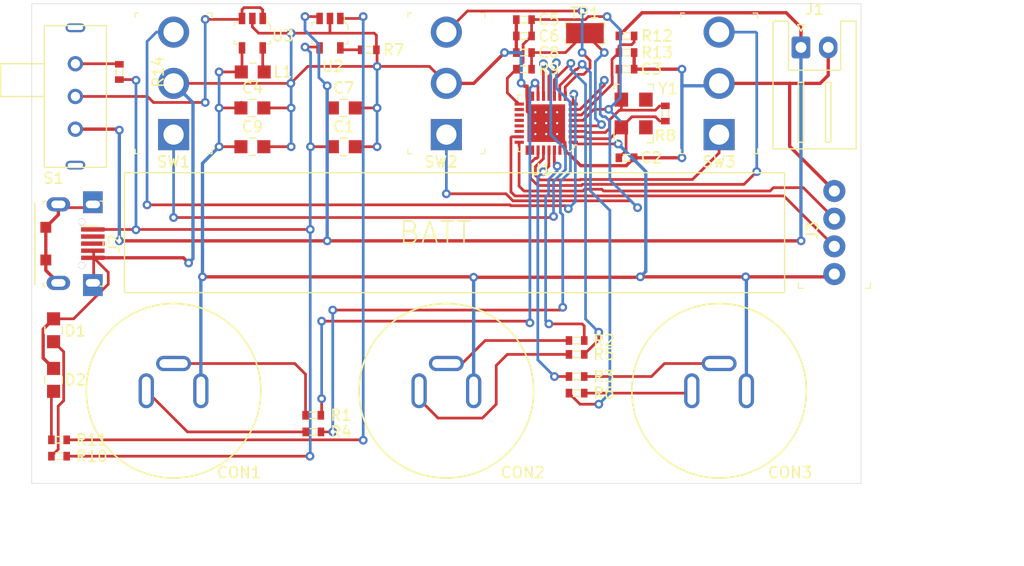
<source format=kicad_pcb>
(kicad_pcb (version 20171130) (host pcbnew "(5.1.9-0-10_14)")

  (general
    (thickness 1.6)
    (drawings 12)
    (tracks 490)
    (zones 0)
    (modules 41)
    (nets 47)
  )

  (page A4)
  (layers
    (0 F.Cu signal)
    (31 B.Cu signal)
    (32 B.Adhes user)
    (33 F.Adhes user)
    (34 B.Paste user)
    (35 F.Paste user)
    (36 B.SilkS user)
    (37 F.SilkS user)
    (38 B.Mask user)
    (39 F.Mask user)
    (40 Dwgs.User user)
    (41 Cmts.User user)
    (42 Eco1.User user)
    (43 Eco2.User user)
    (44 Edge.Cuts user)
    (45 Margin user)
    (46 B.CrtYd user)
    (47 F.CrtYd user)
    (48 B.Fab user)
    (49 F.Fab user hide)
  )

  (setup
    (last_trace_width 0.25)
    (trace_clearance 0.2)
    (zone_clearance 0.508)
    (zone_45_only no)
    (trace_min 0.2)
    (via_size 0.8)
    (via_drill 0.4)
    (via_min_size 0.4)
    (via_min_drill 0.3)
    (uvia_size 0.3)
    (uvia_drill 0.1)
    (uvias_allowed no)
    (uvia_min_size 0.2)
    (uvia_min_drill 0.1)
    (edge_width 0.05)
    (segment_width 0.2)
    (pcb_text_width 0.3)
    (pcb_text_size 1.5 1.5)
    (mod_edge_width 0.12)
    (mod_text_size 1 1)
    (mod_text_width 0.15)
    (pad_size 3.45 3.45)
    (pad_drill 0)
    (pad_to_mask_clearance 0)
    (aux_axis_origin 0 0)
    (grid_origin 14.986 -9.144)
    (visible_elements FFFFFF7F)
    (pcbplotparams
      (layerselection 0x010fc_ffffffff)
      (usegerberextensions false)
      (usegerberattributes true)
      (usegerberadvancedattributes true)
      (creategerberjobfile true)
      (excludeedgelayer true)
      (linewidth 0.100000)
      (plotframeref false)
      (viasonmask false)
      (mode 1)
      (useauxorigin false)
      (hpglpennumber 1)
      (hpglpenspeed 20)
      (hpglpendiameter 15.000000)
      (psnegative false)
      (psa4output false)
      (plotreference true)
      (plotvalue false)
      (plotinvisibletext false)
      (padsonsilk false)
      (subtractmaskfromsilk false)
      (outputformat 1)
      (mirror false)
      (drillshape 0)
      (scaleselection 1)
      (outputdirectory "gerber/"))
  )

  (net 0 "")
  (net 1 GND)
  (net 2 VBUS)
  (net 3 "Net-(C2-Pad1)")
  (net 4 "Net-(C3-Pad1)")
  (net 5 +3V3)
  (net 6 +BATT)
  (net 7 RST)
  (net 8 "Net-(CON1-Pad1)")
  (net 9 "Net-(CON1-Pad2)")
  (net 10 "Net-(CON2-Pad1)")
  (net 11 "Net-(CON2-Pad2)")
  (net 12 "Net-(CON3-Pad1)")
  (net 13 "Net-(CON3-Pad2)")
  (net 14 "Net-(D1-Pad2)")
  (net 15 "Net-(D2-Pad2)")
  (net 16 "Net-(J2-Pad2)")
  (net 17 "Net-(J2-Pad3)")
  (net 18 SWCLK)
  (net 19 SWDIO)
  (net 20 "Net-(L1-Pad1)")
  (net 21 LED1)
  (net 22 LED2)
  (net 23 LED3)
  (net 24 DET1)
  (net 25 DET2)
  (net 26 DET3)
  (net 27 "Net-(R7-Pad1)")
  (net 28 "Net-(R11-Pad2)")
  (net 29 MEAS_VBATT)
  (net 30 SWITCH12)
  (net 31 SWITCH1)
  (net 32 SWITCH22)
  (net 33 SWITCH2)
  (net 34 SWITCH32)
  (net 35 SWITCH3)
  (net 36 "Net-(U1-Pad25)")
  (net 37 "Net-(U1-Pad15)")
  (net 38 "Net-(U1-Pad18)")
  (net 39 "Net-(U1-Pad19)")
  (net 40 "Net-(U1-Pad20)")
  (net 41 "Net-(U1-Pad21)")
  (net 42 "Net-(U1-Pad22)")
  (net 43 "Net-(U1-Pad26)")
  (net 44 BOOT0)
  (net 45 "Net-(R14-Pad1)")
  (net 46 +BATT_SWITCHED)

  (net_class Default "This is the default net class."
    (clearance 0.2)
    (trace_width 0.25)
    (via_dia 0.8)
    (via_drill 0.4)
    (uvia_dia 0.3)
    (uvia_drill 0.1)
    (add_net BOOT0)
    (add_net DET1)
    (add_net DET2)
    (add_net DET3)
    (add_net LED1)
    (add_net LED2)
    (add_net LED3)
    (add_net MEAS_VBATT)
    (add_net "Net-(C2-Pad1)")
    (add_net "Net-(C3-Pad1)")
    (add_net "Net-(CON1-Pad1)")
    (add_net "Net-(CON1-Pad2)")
    (add_net "Net-(CON2-Pad1)")
    (add_net "Net-(CON2-Pad2)")
    (add_net "Net-(CON3-Pad1)")
    (add_net "Net-(CON3-Pad2)")
    (add_net "Net-(D1-Pad2)")
    (add_net "Net-(D2-Pad2)")
    (add_net "Net-(J2-Pad2)")
    (add_net "Net-(J2-Pad3)")
    (add_net "Net-(L1-Pad1)")
    (add_net "Net-(R11-Pad2)")
    (add_net "Net-(R14-Pad1)")
    (add_net "Net-(R7-Pad1)")
    (add_net "Net-(U1-Pad15)")
    (add_net "Net-(U1-Pad18)")
    (add_net "Net-(U1-Pad19)")
    (add_net "Net-(U1-Pad20)")
    (add_net "Net-(U1-Pad21)")
    (add_net "Net-(U1-Pad22)")
    (add_net "Net-(U1-Pad25)")
    (add_net "Net-(U1-Pad26)")
    (add_net RST)
    (add_net SWCLK)
    (add_net SWDIO)
    (add_net SWITCH1)
    (add_net SWITCH12)
    (add_net SWITCH2)
    (add_net SWITCH22)
    (add_net SWITCH3)
    (add_net SWITCH32)
    (add_net VBUS)
  )

  (net_class POWER ""
    (clearance 0.2)
    (trace_width 0.3048)
    (via_dia 0.8)
    (via_drill 0.4)
    (uvia_dia 0.3)
    (uvia_drill 0.1)
    (add_net +3V3)
    (add_net +BATT)
    (add_net +BATT_SWITCHED)
    (add_net GND)
  )

  (module MySymbols:USB_Micro_B_Female (layer F.Cu) (tedit 602AE7E8) (tstamp 602AEBD1)
    (at 109.474 96.012 270)
    (descr https://cdn.amphenol-icc.com/media/wysiwyg/files/drawing/10103594.pdf)
    (path /60428AF4)
    (attr smd)
    (fp_text reference J2 (at 0 -5.13 90) (layer F.SilkS)
      (effects (font (size 1 1) (thickness 0.15)))
    )
    (fp_text value USB_B_Micro (at 0 2.79 90) (layer F.Fab)
      (effects (font (size 1 1) (thickness 0.15)))
    )
    (fp_line (start 3.75 2.15) (end -3.75 2.15) (layer F.SilkS) (width 0.12))
    (fp_line (start -3.75 -3.97) (end -3.75 1.29) (layer F.Fab) (width 0.1))
    (fp_line (start -3.75 -3.97) (end 3.75 -3.97) (layer F.Fab) (width 0.1))
    (fp_line (start 3.75 -3.97) (end 3.75 1.29) (layer F.Fab) (width 0.1))
    (fp_line (start -3.75 1.29) (end 3.75 1.29) (layer F.Fab) (width 0.1))
    (fp_line (start 3.9 -4.1) (end 3.9 -3.8) (layer F.SilkS) (width 0.1))
    (fp_line (start 3.9 -4.1) (end 3.6 -4.1) (layer F.SilkS) (width 0.1))
    (fp_line (start -3.9 -4.1) (end -3.9 -3.8) (layer F.SilkS) (width 0.1))
    (fp_line (start -3.9 -4.1) (end -3.6 -4.1) (layer F.SilkS) (width 0.1))
    (fp_line (start -3.9 1.4) (end -3.6 1.4) (layer F.SilkS) (width 0.1))
    (fp_line (start -3.9 1.4) (end -3.9 1.1) (layer F.SilkS) (width 0.1))
    (fp_line (start 3.9 1.4) (end 3.6 1.4) (layer F.SilkS) (width 0.1))
    (fp_line (start 3.9 1.4) (end 3.9 1.1) (layer F.SilkS) (width 0.1))
    (fp_line (start 0 -4.1) (end -0.3 -4.1) (layer F.SilkS) (width 0.1))
    (fp_line (start 0 -4.1) (end 0.3 -4.1) (layer F.SilkS) (width 0.1))
    (fp_line (start -1.6 -3.6) (end -1.6 -2) (layer F.SilkS) (width 0.1))
    (fp_line (start -4.68 1.75) (end -4.68 -4.22) (layer F.CrtYd) (width 0.05))
    (fp_line (start -4.68 1.75) (end 4.68 1.75) (layer F.CrtYd) (width 0.05))
    (fp_line (start -4.68 -4.22) (end 4.68 -4.22) (layer F.CrtYd) (width 0.05))
    (fp_line (start 4.68 1.75) (end 4.68 -4.22) (layer F.CrtYd) (width 0.05))
    (pad 5 smd rect (at 1.3 -3.16 270) (size 0.4 2.15) (layers F.Cu F.Paste F.Mask)
      (net 1 GND))
    (pad 4 smd rect (at 0.65 -3.16 270) (size 0.4 2.15) (layers F.Cu F.Paste F.Mask)
      (net 1 GND))
    (pad 3 smd rect (at 0 -3.16 270) (size 0.4 2.15) (layers F.Cu F.Paste F.Mask)
      (net 17 "Net-(J2-Pad3)"))
    (pad 2 smd rect (at -0.65 -3.16 270) (size 0.4 2.15) (layers F.Cu F.Paste F.Mask)
      (net 16 "Net-(J2-Pad2)"))
    (pad SH smd rect (at 1.5 1.15 270) (size 1 1) (layers F.Cu F.Paste F.Mask)
      (net 1 GND))
    (pad SH thru_hole circle (at 2 -2.15 270) (size 0.61 0.61) (drill 0.6) (layers *.Cu Eco2.User)
      (net 1 GND))
    (pad SH thru_hole circle (at -2 -2.15 270) (size 0.61 0.61) (drill 0.6) (layers *.Cu Eco2.User)
      (net 1 GND))
    (pad SH thru_hole oval (at 3.6 0 270) (size 1.3 2.15) (drill oval 0.7 1.3) (layers *.Cu *.Mask)
      (net 1 GND))
    (pad SH thru_hole rect (at 3.6 -3.16 90) (size 2 1.8) (drill oval 0.7 1.3 (offset -0.2 0)) (layers *.Cu *.Mask)
      (net 1 GND))
    (pad SH thru_hole oval (at -3.6 0 270) (size 1.3 2.15) (drill oval 0.7 1.3) (layers *.Cu *.Mask)
      (net 1 GND))
    (pad SH thru_hole rect (at -3.6 -3.16 270) (size 2 1.8) (drill oval 0.7 1.3 (offset -0.2 0)) (layers *.Cu *.Mask)
      (net 1 GND))
    (pad 1 smd rect (at -1.3 -3.16 270) (size 0.4 2.15) (layers F.Cu F.Paste F.Mask)
      (net 2 VBUS))
    (pad SH smd rect (at -1.5 1.15 270) (size 1 1) (layers F.Cu F.Paste F.Mask)
      (net 1 GND))
  )

  (module digikey-footprints:0805 (layer F.Cu) (tedit 5D288D36) (tstamp 6021C0FA)
    (at 127.254 87.122)
    (path /60506A3D)
    (attr smd)
    (fp_text reference C9 (at 0 -1.84) (layer F.SilkS)
      (effects (font (size 1 1) (thickness 0.15)))
    )
    (fp_text value 4,7uF (at 0 1.95) (layer F.Fab)
      (effects (font (size 1 1) (thickness 0.15)))
    )
    (fp_line (start -0.95 -0.675) (end -0.95 0.675) (layer F.Fab) (width 0.12))
    (fp_line (start 0.95 -0.675) (end 0.95 0.675) (layer F.Fab) (width 0.12))
    (fp_line (start -0.95 -0.68) (end 0.95 -0.68) (layer F.Fab) (width 0.12))
    (fp_line (start -0.95 0.68) (end 0.95 0.68) (layer F.Fab) (width 0.12))
    (fp_line (start -0.3 -0.8) (end 0.3 -0.8) (layer F.SilkS) (width 0.12))
    (fp_line (start -0.32 0.8) (end 0.28 0.8) (layer F.SilkS) (width 0.12))
    (fp_line (start -1.9 0.93) (end -1.9 -0.93) (layer F.CrtYd) (width 0.05))
    (fp_line (start 1.9 0.93) (end 1.9 -0.93) (layer F.CrtYd) (width 0.05))
    (fp_line (start -1.9 -0.93) (end 1.9 -0.93) (layer F.CrtYd) (width 0.05))
    (fp_line (start -1.9 0.93) (end 1.9 0.93) (layer F.CrtYd) (width 0.05))
    (pad 1 smd rect (at -1.05 0) (size 1.2 1.2) (layers F.Cu F.Paste F.Mask)
      (net 5 +3V3))
    (pad 2 smd rect (at 1.05 0) (size 1.2 1.2) (layers F.Cu F.Paste F.Mask)
      (net 1 GND))
  )

  (module digikey-footprints:0805 (layer F.Cu) (tedit 5D288D36) (tstamp 6021C0D3)
    (at 135.636 83.566)
    (path /6043A641)
    (attr smd)
    (fp_text reference C7 (at 0 -1.84) (layer F.SilkS)
      (effects (font (size 1 1) (thickness 0.15)))
    )
    (fp_text value 4,7uF (at 0 1.95) (layer F.Fab)
      (effects (font (size 1 1) (thickness 0.15)))
    )
    (fp_line (start -0.95 -0.675) (end -0.95 0.675) (layer F.Fab) (width 0.12))
    (fp_line (start 0.95 -0.675) (end 0.95 0.675) (layer F.Fab) (width 0.12))
    (fp_line (start -0.95 -0.68) (end 0.95 -0.68) (layer F.Fab) (width 0.12))
    (fp_line (start -0.95 0.68) (end 0.95 0.68) (layer F.Fab) (width 0.12))
    (fp_line (start -0.3 -0.8) (end 0.3 -0.8) (layer F.SilkS) (width 0.12))
    (fp_line (start -0.32 0.8) (end 0.28 0.8) (layer F.SilkS) (width 0.12))
    (fp_line (start -1.9 0.93) (end -1.9 -0.93) (layer F.CrtYd) (width 0.05))
    (fp_line (start 1.9 0.93) (end 1.9 -0.93) (layer F.CrtYd) (width 0.05))
    (fp_line (start -1.9 -0.93) (end 1.9 -0.93) (layer F.CrtYd) (width 0.05))
    (fp_line (start -1.9 0.93) (end 1.9 0.93) (layer F.CrtYd) (width 0.05))
    (pad 1 smd rect (at -1.05 0) (size 1.2 1.2) (layers F.Cu F.Paste F.Mask)
      (net 6 +BATT))
    (pad 2 smd rect (at 1.05 0) (size 1.2 1.2) (layers F.Cu F.Paste F.Mask)
      (net 1 GND))
  )

  (module digikey-footprints:0805 (layer F.Cu) (tedit 5D288D36) (tstamp 6021C098)
    (at 127.254 83.566)
    (path /603063AF)
    (attr smd)
    (fp_text reference C4 (at 0 -1.84) (layer F.SilkS)
      (effects (font (size 1 1) (thickness 0.15)))
    )
    (fp_text value 1uF (at 0 1.95) (layer F.Fab)
      (effects (font (size 1 1) (thickness 0.15)))
    )
    (fp_line (start -0.95 -0.675) (end -0.95 0.675) (layer F.Fab) (width 0.12))
    (fp_line (start 0.95 -0.675) (end 0.95 0.675) (layer F.Fab) (width 0.12))
    (fp_line (start -0.95 -0.68) (end 0.95 -0.68) (layer F.Fab) (width 0.12))
    (fp_line (start -0.95 0.68) (end 0.95 0.68) (layer F.Fab) (width 0.12))
    (fp_line (start -0.3 -0.8) (end 0.3 -0.8) (layer F.SilkS) (width 0.12))
    (fp_line (start -0.32 0.8) (end 0.28 0.8) (layer F.SilkS) (width 0.12))
    (fp_line (start -1.9 0.93) (end -1.9 -0.93) (layer F.CrtYd) (width 0.05))
    (fp_line (start 1.9 0.93) (end 1.9 -0.93) (layer F.CrtYd) (width 0.05))
    (fp_line (start -1.9 -0.93) (end 1.9 -0.93) (layer F.CrtYd) (width 0.05))
    (fp_line (start -1.9 0.93) (end 1.9 0.93) (layer F.CrtYd) (width 0.05))
    (pad 1 smd rect (at -1.05 0) (size 1.2 1.2) (layers F.Cu F.Paste F.Mask)
      (net 5 +3V3))
    (pad 2 smd rect (at 1.05 0) (size 1.2 1.2) (layers F.Cu F.Paste F.Mask)
      (net 1 GND))
  )

  (module digikey-footprints:0805 (layer F.Cu) (tedit 5D288D36) (tstamp 6021C05D)
    (at 135.636 87.122)
    (path /60446C89)
    (attr smd)
    (fp_text reference C1 (at 0 -1.84) (layer F.SilkS)
      (effects (font (size 1 1) (thickness 0.15)))
    )
    (fp_text value 4,7uF (at 0 1.95) (layer F.Fab)
      (effects (font (size 1 1) (thickness 0.15)))
    )
    (fp_line (start -0.95 -0.675) (end -0.95 0.675) (layer F.Fab) (width 0.12))
    (fp_line (start 0.95 -0.675) (end 0.95 0.675) (layer F.Fab) (width 0.12))
    (fp_line (start -0.95 -0.68) (end 0.95 -0.68) (layer F.Fab) (width 0.12))
    (fp_line (start -0.95 0.68) (end 0.95 0.68) (layer F.Fab) (width 0.12))
    (fp_line (start -0.3 -0.8) (end 0.3 -0.8) (layer F.SilkS) (width 0.12))
    (fp_line (start -0.32 0.8) (end 0.28 0.8) (layer F.SilkS) (width 0.12))
    (fp_line (start -1.9 0.93) (end -1.9 -0.93) (layer F.CrtYd) (width 0.05))
    (fp_line (start 1.9 0.93) (end 1.9 -0.93) (layer F.CrtYd) (width 0.05))
    (fp_line (start -1.9 -0.93) (end 1.9 -0.93) (layer F.CrtYd) (width 0.05))
    (fp_line (start -1.9 0.93) (end 1.9 0.93) (layer F.CrtYd) (width 0.05))
    (pad 1 smd rect (at -1.05 0) (size 1.2 1.2) (layers F.Cu F.Paste F.Mask)
      (net 2 VBUS))
    (pad 2 smd rect (at 1.05 0) (size 1.2 1.2) (layers F.Cu F.Paste F.Mask)
      (net 1 GND))
  )

  (module digikey-footprints:Oscillator_XLH536025.000000I (layer F.Cu) (tedit 5D2894E1) (tstamp 6021C389)
    (at 163.322 85.344 90)
    (path /602F463F)
    (attr smd)
    (fp_text reference Y1 (at 3.556 2.032) (layer F.SilkS)
      (effects (font (size 1 1) (thickness 0.15)))
    )
    (fp_text value 32Khz (at 1.875 1.55 90) (layer F.Fab)
      (effects (font (size 1 1) (thickness 0.15)))
    )
    (fp_line (start 3.8375 -2.8) (end 3.8375 0.55) (layer F.Fab) (width 0.1))
    (fp_line (start -1.3125 0.55) (end 3.8375 0.55) (layer F.Fab) (width 0.1))
    (fp_line (start 3.95 -2.925) (end 3.95 -2.45) (layer F.SilkS) (width 0.1))
    (fp_line (start 3.4 -2.925) (end 3.95 -2.925) (layer F.SilkS) (width 0.1))
    (fp_line (start 3.95 0.675) (end 3.475 0.675) (layer F.SilkS) (width 0.1))
    (fp_line (start 3.95 0.15) (end 3.95 0.675) (layer F.SilkS) (width 0.1))
    (fp_line (start -1.425 0.675) (end -1.425 0.125) (layer F.SilkS) (width 0.1))
    (fp_line (start -0.7 0.675) (end -1.425 0.675) (layer F.SilkS) (width 0.1))
    (fp_line (start -0.95 -2.8) (end -1.325 -2.45) (layer F.Fab) (width 0.1))
    (fp_line (start -0.95 -2.8) (end 3.8375 -2.8) (layer F.Fab) (width 0.1))
    (fp_line (start -1.325 0.55) (end -1.325 -2.45) (layer F.Fab) (width 0.1))
    (fp_line (start -1.025 -2.925) (end -0.15 -2.925) (layer F.SilkS) (width 0.1))
    (fp_line (start -1.45 -2.525) (end -1.025 -2.925) (layer F.SilkS) (width 0.1))
    (fp_line (start -1.45 -2.3) (end -1.45 -2.525) (layer F.SilkS) (width 0.1))
    (fp_line (start -1.625 -3.125) (end 4.15 -3.125) (layer F.CrtYd) (width 0.05))
    (fp_line (start 4.15 -3.125) (end 4.15 0.875) (layer F.CrtYd) (width 0.05))
    (fp_line (start 4.15 0.875) (end -1.625 0.875) (layer F.CrtYd) (width 0.05))
    (fp_line (start -1.625 0.875) (end -1.625 -3.125) (layer F.CrtYd) (width 0.05))
    (fp_text user %R (at 1.525 -1.05 90) (layer F.Fab)
      (effects (font (size 0.75 0.75) (thickness 0.05)))
    )
    (pad 2 smd rect (at 2.54 -2.25 90) (size 1.29 1.24) (layers F.Cu F.Paste F.Mask)
      (net 4 "Net-(C3-Pad1)"))
    (pad 4 smd rect (at 2.54 0 90) (size 1.29 1.24) (layers F.Cu F.Paste F.Mask))
    (pad 1 smd rect (at 0 -2.25 90) (size 1.29 1.24) (layers F.Cu F.Paste F.Mask)
      (net 3 "Net-(C2-Pad1)"))
    (pad 3 smd rect (at 0 0 90) (size 1.29 1.24) (layers F.Cu F.Paste F.Mask))
  )

  (module digikey-footprints:SOT-753 (layer F.Cu) (tedit 5D28A654) (tstamp 6021C36E)
    (at 134.366 76.708 180)
    (path /60220E3E)
    (attr smd)
    (fp_text reference U2 (at -0.254 -3.048) (layer F.SilkS)
      (effects (font (size 1 1) (thickness 0.15)))
    )
    (fp_text value MCP73832T-2ACI_OT (at 0.35 4.025) (layer F.Fab)
      (effects (font (size 1 1) (thickness 0.15)))
    )
    (fp_line (start -1.525 -0.875) (end 1.525 -0.875) (layer F.Fab) (width 0.1))
    (fp_line (start 1.525 -0.875) (end 1.525 0.875) (layer F.Fab) (width 0.1))
    (fp_line (start -1.525 0.625) (end -1.35 0.875) (layer F.Fab) (width 0.1))
    (fp_line (start -1.35 0.875) (end 1.525 0.875) (layer F.Fab) (width 0.1))
    (fp_line (start -1.525 0.625) (end -1.525 -0.875) (layer F.Fab) (width 0.1))
    (fp_line (start -1.65 0.675) (end -1.65 0.3) (layer F.SilkS) (width 0.1))
    (fp_line (start -1.325 1) (end -1.325 1.525) (layer F.SilkS) (width 0.1))
    (fp_line (start -1.425 1) (end -1.325 1) (layer F.SilkS) (width 0.1))
    (fp_line (start -1.65 0.675) (end -1.425 1) (layer F.SilkS) (width 0.1))
    (fp_line (start 1.65 -1) (end 1.65 -0.675) (layer F.SilkS) (width 0.1))
    (fp_line (start 1.35 -1) (end 1.65 -1) (layer F.SilkS) (width 0.1))
    (fp_line (start 1.65 1) (end 1.65 0.7) (layer F.SilkS) (width 0.1))
    (fp_line (start 1.325 1) (end 1.65 1) (layer F.SilkS) (width 0.1))
    (fp_line (start -1.65 -1) (end -1.65 -0.7) (layer F.SilkS) (width 0.1))
    (fp_line (start -1.325 -1) (end -1.65 -1) (layer F.SilkS) (width 0.1))
    (fp_line (start -1.825 -2.125) (end 1.825 -2.125) (layer F.CrtYd) (width 0.05))
    (fp_line (start 1.825 -2.125) (end 1.825 2.125) (layer F.CrtYd) (width 0.05))
    (fp_line (start 1.825 2.125) (end -1.825 2.125) (layer F.CrtYd) (width 0.05))
    (fp_line (start -1.825 2.125) (end -1.825 -2.125) (layer F.CrtYd) (width 0.05))
    (fp_text user %R (at 0 0.1) (layer F.Fab)
      (effects (font (size 0.75 0.75) (thickness 0.075)))
    )
    (pad 1 smd rect (at -0.95 1.35 180) (size 0.6 1.05) (layers F.Cu F.Paste F.Mask)
      (net 28 "Net-(R11-Pad2)") (solder_mask_margin 0.07))
    (pad 2 smd rect (at 0 1.35 180) (size 0.6 1.05) (layers F.Cu F.Paste F.Mask)
      (net 1 GND) (solder_mask_margin 0.07))
    (pad 3 smd rect (at 0.95 1.35 180) (size 0.6 1.05) (layers F.Cu F.Paste F.Mask)
      (net 6 +BATT) (solder_mask_margin 0.07))
    (pad 4 smd rect (at 0.95 -1.35 180) (size 0.6 1.05) (layers F.Cu F.Paste F.Mask)
      (net 2 VBUS) (solder_mask_margin 0.07))
    (pad 5 smd rect (at -0.95 -1.35 180) (size 0.6 1.05) (layers F.Cu F.Paste F.Mask)
      (net 27 "Net-(R7-Pad1)") (solder_mask_margin 0.07))
  )

  (module digikey-footprints:PC_TEST_POINT_SMD (layer F.Cu) (tedit 5D289509) (tstamp 6021C351)
    (at 157.734 76.708)
    (path /602E0E6F)
    (attr smd)
    (fp_text reference TP1 (at 0 -1.85) (layer F.SilkS)
      (effects (font (size 1 1) (thickness 0.15)))
    )
    (fp_text value TestPoint (at 0 2.02) (layer F.Fab)
      (effects (font (size 1 1) (thickness 0.15)))
    )
    (fp_line (start -1.625 0.825) (end 1.625 0.825) (layer F.Fab) (width 0.1))
    (fp_line (start 1.625 0.825) (end 1.625 -0.825) (layer F.Fab) (width 0.1))
    (fp_line (start -1.625 0.825) (end -1.625 -0.825) (layer F.Fab) (width 0.1))
    (fp_line (start -1.625 -0.825) (end 1.625 -0.825) (layer F.Fab) (width 0.1))
    (fp_line (start 1.8 -1) (end 1.3 -1) (layer F.SilkS) (width 0.1))
    (fp_line (start 1.8 -1) (end 1.8 -0.5) (layer F.SilkS) (width 0.1))
    (fp_line (start 1.8 1) (end 1.8 0.5) (layer F.SilkS) (width 0.1))
    (fp_line (start 1.8 1) (end 1.3 1) (layer F.SilkS) (width 0.1))
    (fp_line (start -1.8 1) (end -1.3 1) (layer F.SilkS) (width 0.1))
    (fp_line (start -1.8 1) (end -1.8 0.5) (layer F.SilkS) (width 0.1))
    (fp_line (start -1.8 -1) (end -1.8 -0.5) (layer F.SilkS) (width 0.1))
    (fp_line (start -1.8 -1) (end -1.3 -1) (layer F.SilkS) (width 0.1))
    (fp_line (start 1.87 -1.07) (end -1.87 -1.07) (layer F.CrtYd) (width 0.05))
    (fp_line (start 1.87 -1.07) (end 1.87 1.07) (layer F.CrtYd) (width 0.05))
    (fp_line (start 1.87 1.07) (end -1.87 1.07) (layer F.CrtYd) (width 0.05))
    (fp_line (start -1.87 -1.07) (end -1.87 1.07) (layer F.CrtYd) (width 0.05))
    (fp_text user %R (at 0 0) (layer F.Fab)
      (effects (font (size 0.5 0.5) (thickness 0.05)))
    )
    (pad 1 smd rect (at 0 0) (size 3.45 1.85) (layers F.Cu F.Paste F.Mask)
      (net 7 RST))
  )

  (module digikey-footprints:Toggle_Switch_100SP1T1B4M2QE (layer F.Cu) (tedit 5AF5CA0B) (tstamp 6021C33B)
    (at 170.034 86.012 90)
    (descr http://spec_sheets.e-switch.com/specs/T111597.pdf)
    (path /6024E1D7)
    (fp_text reference SW3 (at -2.5 0 180) (layer F.SilkS)
      (effects (font (size 1 1) (thickness 0.15)))
    )
    (fp_text value SW_SPDT_MSM (at 4.65 4.82 90) (layer F.Fab)
      (effects (font (size 1 1) (thickness 0.15)))
    )
    (fp_line (start -1.65 -3.43) (end 11.05 -3.43) (layer F.Fab) (width 0.1))
    (fp_line (start -1.65 3.43) (end 11.05 3.43) (layer F.Fab) (width 0.1))
    (fp_line (start -1.65 -3.43) (end -1.65 3.43) (layer F.Fab) (width 0.1))
    (fp_line (start 11.05 3.43) (end 11.05 -3.43) (layer F.Fab) (width 0.1))
    (fp_line (start 11.15 -3.525) (end 11.15 -3.175) (layer F.SilkS) (width 0.1))
    (fp_line (start 10.775 -3.525) (end 11.15 -3.525) (layer F.SilkS) (width 0.1))
    (fp_line (start -1.75 -3.525) (end -1.35 -3.525) (layer F.SilkS) (width 0.1))
    (fp_line (start -1.75 -3.525) (end -1.75 -3.15) (layer F.SilkS) (width 0.1))
    (fp_line (start -1.75 3.525) (end -1.75 3.1) (layer F.SilkS) (width 0.1))
    (fp_line (start -1.75 3.525) (end -1.3 3.525) (layer F.SilkS) (width 0.1))
    (fp_line (start 11.125 3.525) (end 10.675 3.525) (layer F.SilkS) (width 0.1))
    (fp_line (start 11.15 3.525) (end 11.15 3.1) (layer F.SilkS) (width 0.1))
    (fp_line (start -1.9 -3.68) (end 11.3 -3.68) (layer F.CrtYd) (width 0.05))
    (fp_line (start -1.9 3.68) (end -1.9 -3.68) (layer F.CrtYd) (width 0.05))
    (fp_line (start 11.3 3.68) (end -1.9 3.68) (layer F.CrtYd) (width 0.05))
    (fp_line (start 11.3 -3.68) (end 11.3 3.68) (layer F.CrtYd) (width 0.05))
    (fp_circle (center 4.7 0) (end 4.7 3.4) (layer F.Fab) (width 0.1))
    (fp_text user %R (at 4.7 0 90) (layer F.Fab)
      (effects (font (size 1 1) (thickness 0.15)))
    )
    (pad 3 thru_hole circle (at 9.4 0 90) (size 2.85 2.85) (drill 1.85) (layers *.Cu *.Mask)
      (net 34 SWITCH32))
    (pad 2 thru_hole circle (at 4.7 0 90) (size 2.85 2.85) (drill 1.85) (layers *.Cu *.Mask)
      (net 1 GND))
    (pad 1 thru_hole rect (at 0 0 90) (size 2.85 2.85) (drill 1.85) (layers *.Cu *.Mask)
      (net 35 SWITCH3))
  )

  (module digikey-footprints:Toggle_Switch_100SP1T1B4M2QE (layer F.Cu) (tedit 5AF5CA0B) (tstamp 6021C322)
    (at 145.034 86.012 90)
    (descr http://spec_sheets.e-switch.com/specs/T111597.pdf)
    (path /6024DE6D)
    (fp_text reference SW2 (at -2.5 -0.5) (layer F.SilkS)
      (effects (font (size 1 1) (thickness 0.15)))
    )
    (fp_text value SW_SPDT_MSM (at 4.65 4.82 90) (layer F.Fab)
      (effects (font (size 1 1) (thickness 0.15)))
    )
    (fp_line (start -1.65 -3.43) (end 11.05 -3.43) (layer F.Fab) (width 0.1))
    (fp_line (start -1.65 3.43) (end 11.05 3.43) (layer F.Fab) (width 0.1))
    (fp_line (start -1.65 -3.43) (end -1.65 3.43) (layer F.Fab) (width 0.1))
    (fp_line (start 11.05 3.43) (end 11.05 -3.43) (layer F.Fab) (width 0.1))
    (fp_line (start 11.15 -3.525) (end 11.15 -3.175) (layer F.SilkS) (width 0.1))
    (fp_line (start 10.775 -3.525) (end 11.15 -3.525) (layer F.SilkS) (width 0.1))
    (fp_line (start -1.75 -3.525) (end -1.35 -3.525) (layer F.SilkS) (width 0.1))
    (fp_line (start -1.75 -3.525) (end -1.75 -3.15) (layer F.SilkS) (width 0.1))
    (fp_line (start -1.75 3.525) (end -1.75 3.1) (layer F.SilkS) (width 0.1))
    (fp_line (start -1.75 3.525) (end -1.3 3.525) (layer F.SilkS) (width 0.1))
    (fp_line (start 11.125 3.525) (end 10.675 3.525) (layer F.SilkS) (width 0.1))
    (fp_line (start 11.15 3.525) (end 11.15 3.1) (layer F.SilkS) (width 0.1))
    (fp_line (start -1.9 -3.68) (end 11.3 -3.68) (layer F.CrtYd) (width 0.05))
    (fp_line (start -1.9 3.68) (end -1.9 -3.68) (layer F.CrtYd) (width 0.05))
    (fp_line (start 11.3 3.68) (end -1.9 3.68) (layer F.CrtYd) (width 0.05))
    (fp_line (start 11.3 -3.68) (end 11.3 3.68) (layer F.CrtYd) (width 0.05))
    (fp_circle (center 4.7 0) (end 4.7 3.4) (layer F.Fab) (width 0.1))
    (fp_text user %R (at 4.7 0 90) (layer F.Fab)
      (effects (font (size 1 1) (thickness 0.15)))
    )
    (pad 3 thru_hole circle (at 9.4 0 90) (size 2.85 2.85) (drill 1.85) (layers *.Cu *.Mask)
      (net 32 SWITCH22))
    (pad 2 thru_hole circle (at 4.7 0 90) (size 2.85 2.85) (drill 1.85) (layers *.Cu *.Mask)
      (net 1 GND))
    (pad 1 thru_hole rect (at 0 0 90) (size 2.85 2.85) (drill 1.85) (layers *.Cu *.Mask)
      (net 33 SWITCH2))
  )

  (module digikey-footprints:Toggle_Switch_100SP1T1B4M2QE (layer F.Cu) (tedit 5AF5CA0B) (tstamp 6021C309)
    (at 120.034 86.012 90)
    (descr http://spec_sheets.e-switch.com/specs/T111597.pdf)
    (path /6024D1C8)
    (fp_text reference SW1 (at -2.5 0) (layer F.SilkS)
      (effects (font (size 1 1) (thickness 0.15)))
    )
    (fp_text value SW_SPDT_MSM (at 4.65 4.82 90) (layer F.Fab)
      (effects (font (size 1 1) (thickness 0.15)))
    )
    (fp_line (start -1.65 -3.43) (end 11.05 -3.43) (layer F.Fab) (width 0.1))
    (fp_line (start -1.65 3.43) (end 11.05 3.43) (layer F.Fab) (width 0.1))
    (fp_line (start -1.65 -3.43) (end -1.65 3.43) (layer F.Fab) (width 0.1))
    (fp_line (start 11.05 3.43) (end 11.05 -3.43) (layer F.Fab) (width 0.1))
    (fp_line (start 11.15 -3.525) (end 11.15 -3.175) (layer F.SilkS) (width 0.1))
    (fp_line (start 10.775 -3.525) (end 11.15 -3.525) (layer F.SilkS) (width 0.1))
    (fp_line (start -1.75 -3.525) (end -1.35 -3.525) (layer F.SilkS) (width 0.1))
    (fp_line (start -1.75 -3.525) (end -1.75 -3.15) (layer F.SilkS) (width 0.1))
    (fp_line (start -1.75 3.525) (end -1.75 3.1) (layer F.SilkS) (width 0.1))
    (fp_line (start -1.75 3.525) (end -1.3 3.525) (layer F.SilkS) (width 0.1))
    (fp_line (start 11.125 3.525) (end 10.675 3.525) (layer F.SilkS) (width 0.1))
    (fp_line (start 11.15 3.525) (end 11.15 3.1) (layer F.SilkS) (width 0.1))
    (fp_line (start -1.9 -3.68) (end 11.3 -3.68) (layer F.CrtYd) (width 0.05))
    (fp_line (start -1.9 3.68) (end -1.9 -3.68) (layer F.CrtYd) (width 0.05))
    (fp_line (start 11.3 3.68) (end -1.9 3.68) (layer F.CrtYd) (width 0.05))
    (fp_line (start 11.3 -3.68) (end 11.3 3.68) (layer F.CrtYd) (width 0.05))
    (fp_circle (center 4.7 0) (end 4.7 3.4) (layer F.Fab) (width 0.1))
    (fp_text user %R (at 4.7 0 90) (layer F.Fab)
      (effects (font (size 1 1) (thickness 0.15)))
    )
    (pad 3 thru_hole circle (at 9.4 0 90) (size 2.85 2.85) (drill 1.85) (layers *.Cu *.Mask)
      (net 30 SWITCH12))
    (pad 2 thru_hole circle (at 4.7 0 90) (size 2.85 2.85) (drill 1.85) (layers *.Cu *.Mask)
      (net 1 GND))
    (pad 1 thru_hole rect (at 0 0 90) (size 2.85 2.85) (drill 1.85) (layers *.Cu *.Mask)
      (net 31 SWITCH1))
  )

  (module digikey-footprints:0603 (layer F.Cu) (tedit 5D288D2B) (tstamp 6021C2F0)
    (at 161.544 78.486)
    (path /60403C7A)
    (attr smd)
    (fp_text reference R13 (at 2.794 0) (layer F.SilkS)
      (effects (font (size 1 1) (thickness 0.15)))
    )
    (fp_text value 100K (at 0 1.9) (layer F.Fab)
      (effects (font (size 1 1) (thickness 0.15)))
    )
    (fp_line (start 0.8 -0.4) (end -0.8 -0.4) (layer F.Fab) (width 0.12))
    (fp_line (start 0.8 0.4) (end 0.8 -0.4) (layer F.Fab) (width 0.12))
    (fp_line (start -0.8 0.4) (end 0.8 0.4) (layer F.Fab) (width 0.12))
    (fp_line (start -0.8 -0.4) (end -0.8 0.4) (layer F.Fab) (width 0.12))
    (fp_line (start -0.3 -0.3) (end 0.3 -0.3) (layer F.SilkS) (width 0.12))
    (fp_line (start -0.3 0.3) (end 0.3 0.3) (layer F.SilkS) (width 0.12))
    (fp_line (start -1.25 0.71) (end -1.25 -0.71) (layer F.CrtYd) (width 0.05))
    (fp_line (start 1.11 0.71) (end -1.11 0.71) (layer F.CrtYd) (width 0.05))
    (fp_line (start 1.25 -0.71) (end 1.25 0.71) (layer F.CrtYd) (width 0.05))
    (fp_line (start -1.11 -0.71) (end 1.11 -0.71) (layer F.CrtYd) (width 0.05))
    (fp_line (start -1.11 0.71) (end -1.25 0.71) (layer F.CrtYd) (width 0.05))
    (fp_line (start -1.11 -0.71) (end -1.25 -0.71) (layer F.CrtYd) (width 0.05))
    (fp_line (start 1.11 -0.71) (end 1.25 -0.71) (layer F.CrtYd) (width 0.05))
    (fp_line (start 1.11 0.71) (end 1.25 0.71) (layer F.CrtYd) (width 0.05))
    (pad 1 smd rect (at -0.7 0) (size 0.6 0.8) (layers F.Cu F.Paste F.Mask)
      (net 29 MEAS_VBATT))
    (pad 2 smd rect (at 0.7 0) (size 0.6 0.8) (layers F.Cu F.Paste F.Mask)
      (net 1 GND))
  )

  (module digikey-footprints:0603 (layer F.Cu) (tedit 5D288D2B) (tstamp 6021C2DC)
    (at 161.544 76.962)
    (path /6040529B)
    (attr smd)
    (fp_text reference R12 (at 2.8 0) (layer F.SilkS)
      (effects (font (size 1 1) (thickness 0.15)))
    )
    (fp_text value 200K (at 0 1.9) (layer F.Fab)
      (effects (font (size 1 1) (thickness 0.15)))
    )
    (fp_line (start 0.8 -0.4) (end -0.8 -0.4) (layer F.Fab) (width 0.12))
    (fp_line (start 0.8 0.4) (end 0.8 -0.4) (layer F.Fab) (width 0.12))
    (fp_line (start -0.8 0.4) (end 0.8 0.4) (layer F.Fab) (width 0.12))
    (fp_line (start -0.8 -0.4) (end -0.8 0.4) (layer F.Fab) (width 0.12))
    (fp_line (start -0.3 -0.3) (end 0.3 -0.3) (layer F.SilkS) (width 0.12))
    (fp_line (start -0.3 0.3) (end 0.3 0.3) (layer F.SilkS) (width 0.12))
    (fp_line (start -1.25 0.71) (end -1.25 -0.71) (layer F.CrtYd) (width 0.05))
    (fp_line (start 1.11 0.71) (end -1.11 0.71) (layer F.CrtYd) (width 0.05))
    (fp_line (start 1.25 -0.71) (end 1.25 0.71) (layer F.CrtYd) (width 0.05))
    (fp_line (start -1.11 -0.71) (end 1.11 -0.71) (layer F.CrtYd) (width 0.05))
    (fp_line (start -1.11 0.71) (end -1.25 0.71) (layer F.CrtYd) (width 0.05))
    (fp_line (start -1.11 -0.71) (end -1.25 -0.71) (layer F.CrtYd) (width 0.05))
    (fp_line (start 1.11 -0.71) (end 1.25 -0.71) (layer F.CrtYd) (width 0.05))
    (fp_line (start 1.11 0.71) (end 1.25 0.71) (layer F.CrtYd) (width 0.05))
    (pad 1 smd rect (at -0.7 0) (size 0.6 0.8) (layers F.Cu F.Paste F.Mask)
      (net 6 +BATT))
    (pad 2 smd rect (at 0.7 0) (size 0.6 0.8) (layers F.Cu F.Paste F.Mask)
      (net 29 MEAS_VBATT))
  )

  (module digikey-footprints:0603 (layer F.Cu) (tedit 5D288D2B) (tstamp 6021C2C8)
    (at 109.534 114.012)
    (path /602AF25A)
    (attr smd)
    (fp_text reference R11 (at 3 0) (layer F.SilkS)
      (effects (font (size 1 1) (thickness 0.15)))
    )
    (fp_text value 1K (at 0 1.9) (layer F.Fab)
      (effects (font (size 1 1) (thickness 0.15)))
    )
    (fp_line (start 0.8 -0.4) (end -0.8 -0.4) (layer F.Fab) (width 0.12))
    (fp_line (start 0.8 0.4) (end 0.8 -0.4) (layer F.Fab) (width 0.12))
    (fp_line (start -0.8 0.4) (end 0.8 0.4) (layer F.Fab) (width 0.12))
    (fp_line (start -0.8 -0.4) (end -0.8 0.4) (layer F.Fab) (width 0.12))
    (fp_line (start -0.3 -0.3) (end 0.3 -0.3) (layer F.SilkS) (width 0.12))
    (fp_line (start -0.3 0.3) (end 0.3 0.3) (layer F.SilkS) (width 0.12))
    (fp_line (start -1.25 0.71) (end -1.25 -0.71) (layer F.CrtYd) (width 0.05))
    (fp_line (start 1.11 0.71) (end -1.11 0.71) (layer F.CrtYd) (width 0.05))
    (fp_line (start 1.25 -0.71) (end 1.25 0.71) (layer F.CrtYd) (width 0.05))
    (fp_line (start -1.11 -0.71) (end 1.11 -0.71) (layer F.CrtYd) (width 0.05))
    (fp_line (start -1.11 0.71) (end -1.25 0.71) (layer F.CrtYd) (width 0.05))
    (fp_line (start -1.11 -0.71) (end -1.25 -0.71) (layer F.CrtYd) (width 0.05))
    (fp_line (start 1.11 -0.71) (end 1.25 -0.71) (layer F.CrtYd) (width 0.05))
    (fp_line (start 1.11 0.71) (end 1.25 0.71) (layer F.CrtYd) (width 0.05))
    (pad 1 smd rect (at -0.7 0) (size 0.6 0.8) (layers F.Cu F.Paste F.Mask)
      (net 15 "Net-(D2-Pad2)"))
    (pad 2 smd rect (at 0.7 0) (size 0.6 0.8) (layers F.Cu F.Paste F.Mask)
      (net 28 "Net-(R11-Pad2)"))
  )

  (module digikey-footprints:0603 (layer F.Cu) (tedit 5D288D2B) (tstamp 6021C2B4)
    (at 109.534 115.512)
    (path /602AE2E0)
    (attr smd)
    (fp_text reference R10 (at 3 0) (layer F.SilkS)
      (effects (font (size 1 1) (thickness 0.15)))
    )
    (fp_text value 470E (at 0 1.9) (layer F.Fab)
      (effects (font (size 1 1) (thickness 0.15)))
    )
    (fp_line (start 0.8 -0.4) (end -0.8 -0.4) (layer F.Fab) (width 0.12))
    (fp_line (start 0.8 0.4) (end 0.8 -0.4) (layer F.Fab) (width 0.12))
    (fp_line (start -0.8 0.4) (end 0.8 0.4) (layer F.Fab) (width 0.12))
    (fp_line (start -0.8 -0.4) (end -0.8 0.4) (layer F.Fab) (width 0.12))
    (fp_line (start -0.3 -0.3) (end 0.3 -0.3) (layer F.SilkS) (width 0.12))
    (fp_line (start -0.3 0.3) (end 0.3 0.3) (layer F.SilkS) (width 0.12))
    (fp_line (start -1.25 0.71) (end -1.25 -0.71) (layer F.CrtYd) (width 0.05))
    (fp_line (start 1.11 0.71) (end -1.11 0.71) (layer F.CrtYd) (width 0.05))
    (fp_line (start 1.25 -0.71) (end 1.25 0.71) (layer F.CrtYd) (width 0.05))
    (fp_line (start -1.11 -0.71) (end 1.11 -0.71) (layer F.CrtYd) (width 0.05))
    (fp_line (start -1.11 0.71) (end -1.25 0.71) (layer F.CrtYd) (width 0.05))
    (fp_line (start -1.11 -0.71) (end -1.25 -0.71) (layer F.CrtYd) (width 0.05))
    (fp_line (start 1.11 -0.71) (end 1.25 -0.71) (layer F.CrtYd) (width 0.05))
    (fp_line (start 1.11 0.71) (end 1.25 0.71) (layer F.CrtYd) (width 0.05))
    (pad 1 smd rect (at -0.7 0) (size 0.6 0.8) (layers F.Cu F.Paste F.Mask)
      (net 14 "Net-(D1-Pad2)"))
    (pad 2 smd rect (at 0.7 0) (size 0.6 0.8) (layers F.Cu F.Paste F.Mask)
      (net 2 VBUS))
  )

  (module digikey-footprints:0603 (layer F.Cu) (tedit 5D288D2B) (tstamp 6021C2A0)
    (at 152.146 80.01)
    (path /602E1D33)
    (attr smd)
    (fp_text reference R9 (at 2.286 0) (layer F.SilkS)
      (effects (font (size 1 1) (thickness 0.15)))
    )
    (fp_text value 1K (at 0 1.9) (layer F.Fab)
      (effects (font (size 1 1) (thickness 0.15)))
    )
    (fp_line (start 0.8 -0.4) (end -0.8 -0.4) (layer F.Fab) (width 0.12))
    (fp_line (start 0.8 0.4) (end 0.8 -0.4) (layer F.Fab) (width 0.12))
    (fp_line (start -0.8 0.4) (end 0.8 0.4) (layer F.Fab) (width 0.12))
    (fp_line (start -0.8 -0.4) (end -0.8 0.4) (layer F.Fab) (width 0.12))
    (fp_line (start -0.3 -0.3) (end 0.3 -0.3) (layer F.SilkS) (width 0.12))
    (fp_line (start -0.3 0.3) (end 0.3 0.3) (layer F.SilkS) (width 0.12))
    (fp_line (start -1.25 0.71) (end -1.25 -0.71) (layer F.CrtYd) (width 0.05))
    (fp_line (start 1.11 0.71) (end -1.11 0.71) (layer F.CrtYd) (width 0.05))
    (fp_line (start 1.25 -0.71) (end 1.25 0.71) (layer F.CrtYd) (width 0.05))
    (fp_line (start -1.11 -0.71) (end 1.11 -0.71) (layer F.CrtYd) (width 0.05))
    (fp_line (start -1.11 0.71) (end -1.25 0.71) (layer F.CrtYd) (width 0.05))
    (fp_line (start -1.11 -0.71) (end -1.25 -0.71) (layer F.CrtYd) (width 0.05))
    (fp_line (start 1.11 -0.71) (end 1.25 -0.71) (layer F.CrtYd) (width 0.05))
    (fp_line (start 1.11 0.71) (end 1.25 0.71) (layer F.CrtYd) (width 0.05))
    (pad 1 smd rect (at -0.7 0) (size 0.6 0.8) (layers F.Cu F.Paste F.Mask)
      (net 5 +3V3))
    (pad 2 smd rect (at 0.7 0) (size 0.6 0.8) (layers F.Cu F.Paste F.Mask)
      (net 7 RST))
  )

  (module digikey-footprints:0603 (layer F.Cu) (tedit 5D288D2B) (tstamp 6021C28C)
    (at 165.1 84.074 90)
    (path /603F8E75)
    (attr smd)
    (fp_text reference R8 (at -2.032 0) (layer F.SilkS)
      (effects (font (size 1 1) (thickness 0.15)))
    )
    (fp_text value 1M (at 0 1.9 90) (layer F.Fab)
      (effects (font (size 1 1) (thickness 0.15)))
    )
    (fp_line (start 0.8 -0.4) (end -0.8 -0.4) (layer F.Fab) (width 0.12))
    (fp_line (start 0.8 0.4) (end 0.8 -0.4) (layer F.Fab) (width 0.12))
    (fp_line (start -0.8 0.4) (end 0.8 0.4) (layer F.Fab) (width 0.12))
    (fp_line (start -0.8 -0.4) (end -0.8 0.4) (layer F.Fab) (width 0.12))
    (fp_line (start -0.3 -0.3) (end 0.3 -0.3) (layer F.SilkS) (width 0.12))
    (fp_line (start -0.3 0.3) (end 0.3 0.3) (layer F.SilkS) (width 0.12))
    (fp_line (start -1.25 0.71) (end -1.25 -0.71) (layer F.CrtYd) (width 0.05))
    (fp_line (start 1.11 0.71) (end -1.11 0.71) (layer F.CrtYd) (width 0.05))
    (fp_line (start 1.25 -0.71) (end 1.25 0.71) (layer F.CrtYd) (width 0.05))
    (fp_line (start -1.11 -0.71) (end 1.11 -0.71) (layer F.CrtYd) (width 0.05))
    (fp_line (start -1.11 0.71) (end -1.25 0.71) (layer F.CrtYd) (width 0.05))
    (fp_line (start -1.11 -0.71) (end -1.25 -0.71) (layer F.CrtYd) (width 0.05))
    (fp_line (start 1.11 -0.71) (end 1.25 -0.71) (layer F.CrtYd) (width 0.05))
    (fp_line (start 1.11 0.71) (end 1.25 0.71) (layer F.CrtYd) (width 0.05))
    (pad 1 smd rect (at -0.7 0 90) (size 0.6 0.8) (layers F.Cu F.Paste F.Mask)
      (net 3 "Net-(C2-Pad1)"))
    (pad 2 smd rect (at 0.7 0 90) (size 0.6 0.8) (layers F.Cu F.Paste F.Mask)
      (net 4 "Net-(C3-Pad1)"))
  )

  (module digikey-footprints:0603 (layer F.Cu) (tedit 5D288D2B) (tstamp 6021C278)
    (at 137.922 78.232)
    (path /60299759)
    (attr smd)
    (fp_text reference R7 (at 2.286 0) (layer F.SilkS)
      (effects (font (size 1 1) (thickness 0.15)))
    )
    (fp_text value 10K (at 0 1.9) (layer F.Fab)
      (effects (font (size 1 1) (thickness 0.15)))
    )
    (fp_line (start 0.8 -0.4) (end -0.8 -0.4) (layer F.Fab) (width 0.12))
    (fp_line (start 0.8 0.4) (end 0.8 -0.4) (layer F.Fab) (width 0.12))
    (fp_line (start -0.8 0.4) (end 0.8 0.4) (layer F.Fab) (width 0.12))
    (fp_line (start -0.8 -0.4) (end -0.8 0.4) (layer F.Fab) (width 0.12))
    (fp_line (start -0.3 -0.3) (end 0.3 -0.3) (layer F.SilkS) (width 0.12))
    (fp_line (start -0.3 0.3) (end 0.3 0.3) (layer F.SilkS) (width 0.12))
    (fp_line (start -1.25 0.71) (end -1.25 -0.71) (layer F.CrtYd) (width 0.05))
    (fp_line (start 1.11 0.71) (end -1.11 0.71) (layer F.CrtYd) (width 0.05))
    (fp_line (start 1.25 -0.71) (end 1.25 0.71) (layer F.CrtYd) (width 0.05))
    (fp_line (start -1.11 -0.71) (end 1.11 -0.71) (layer F.CrtYd) (width 0.05))
    (fp_line (start -1.11 0.71) (end -1.25 0.71) (layer F.CrtYd) (width 0.05))
    (fp_line (start -1.11 -0.71) (end -1.25 -0.71) (layer F.CrtYd) (width 0.05))
    (fp_line (start 1.11 -0.71) (end 1.25 -0.71) (layer F.CrtYd) (width 0.05))
    (fp_line (start 1.11 0.71) (end 1.25 0.71) (layer F.CrtYd) (width 0.05))
    (pad 1 smd rect (at -0.7 0) (size 0.6 0.8) (layers F.Cu F.Paste F.Mask)
      (net 27 "Net-(R7-Pad1)"))
    (pad 2 smd rect (at 0.7 0) (size 0.6 0.8) (layers F.Cu F.Paste F.Mask)
      (net 1 GND))
  )

  (module digikey-footprints:0603 (layer F.Cu) (tedit 5D288D2B) (tstamp 6021C264)
    (at 156.972 109.728 180)
    (path /6025CE8E)
    (attr smd)
    (fp_text reference R6 (at -2.5 0) (layer F.SilkS)
      (effects (font (size 1 1) (thickness 0.15)))
    )
    (fp_text value 10K (at 0 1.9) (layer F.Fab)
      (effects (font (size 1 1) (thickness 0.15)))
    )
    (fp_line (start 0.8 -0.4) (end -0.8 -0.4) (layer F.Fab) (width 0.12))
    (fp_line (start 0.8 0.4) (end 0.8 -0.4) (layer F.Fab) (width 0.12))
    (fp_line (start -0.8 0.4) (end 0.8 0.4) (layer F.Fab) (width 0.12))
    (fp_line (start -0.8 -0.4) (end -0.8 0.4) (layer F.Fab) (width 0.12))
    (fp_line (start -0.3 -0.3) (end 0.3 -0.3) (layer F.SilkS) (width 0.12))
    (fp_line (start -0.3 0.3) (end 0.3 0.3) (layer F.SilkS) (width 0.12))
    (fp_line (start -1.25 0.71) (end -1.25 -0.71) (layer F.CrtYd) (width 0.05))
    (fp_line (start 1.11 0.71) (end -1.11 0.71) (layer F.CrtYd) (width 0.05))
    (fp_line (start 1.25 -0.71) (end 1.25 0.71) (layer F.CrtYd) (width 0.05))
    (fp_line (start -1.11 -0.71) (end 1.11 -0.71) (layer F.CrtYd) (width 0.05))
    (fp_line (start -1.11 0.71) (end -1.25 0.71) (layer F.CrtYd) (width 0.05))
    (fp_line (start -1.11 -0.71) (end -1.25 -0.71) (layer F.CrtYd) (width 0.05))
    (fp_line (start 1.11 -0.71) (end 1.25 -0.71) (layer F.CrtYd) (width 0.05))
    (fp_line (start 1.11 0.71) (end 1.25 0.71) (layer F.CrtYd) (width 0.05))
    (pad 1 smd rect (at -0.7 0 180) (size 0.6 0.8) (layers F.Cu F.Paste F.Mask)
      (net 13 "Net-(CON3-Pad2)"))
    (pad 2 smd rect (at 0.7 0 180) (size 0.6 0.8) (layers F.Cu F.Paste F.Mask)
      (net 26 DET3))
  )

  (module digikey-footprints:0603 (layer F.Cu) (tedit 5D288D2B) (tstamp 6021C250)
    (at 156.972 106.172)
    (path /6025DA85)
    (attr smd)
    (fp_text reference R5 (at 2.5 0) (layer F.SilkS)
      (effects (font (size 1 1) (thickness 0.15)))
    )
    (fp_text value 10K (at 0 1.9) (layer F.Fab)
      (effects (font (size 1 1) (thickness 0.15)))
    )
    (fp_line (start 0.8 -0.4) (end -0.8 -0.4) (layer F.Fab) (width 0.12))
    (fp_line (start 0.8 0.4) (end 0.8 -0.4) (layer F.Fab) (width 0.12))
    (fp_line (start -0.8 0.4) (end 0.8 0.4) (layer F.Fab) (width 0.12))
    (fp_line (start -0.8 -0.4) (end -0.8 0.4) (layer F.Fab) (width 0.12))
    (fp_line (start -0.3 -0.3) (end 0.3 -0.3) (layer F.SilkS) (width 0.12))
    (fp_line (start -0.3 0.3) (end 0.3 0.3) (layer F.SilkS) (width 0.12))
    (fp_line (start -1.25 0.71) (end -1.25 -0.71) (layer F.CrtYd) (width 0.05))
    (fp_line (start 1.11 0.71) (end -1.11 0.71) (layer F.CrtYd) (width 0.05))
    (fp_line (start 1.25 -0.71) (end 1.25 0.71) (layer F.CrtYd) (width 0.05))
    (fp_line (start -1.11 -0.71) (end 1.11 -0.71) (layer F.CrtYd) (width 0.05))
    (fp_line (start -1.11 0.71) (end -1.25 0.71) (layer F.CrtYd) (width 0.05))
    (fp_line (start -1.11 -0.71) (end -1.25 -0.71) (layer F.CrtYd) (width 0.05))
    (fp_line (start 1.11 -0.71) (end 1.25 -0.71) (layer F.CrtYd) (width 0.05))
    (fp_line (start 1.11 0.71) (end 1.25 0.71) (layer F.CrtYd) (width 0.05))
    (pad 1 smd rect (at -0.7 0) (size 0.6 0.8) (layers F.Cu F.Paste F.Mask)
      (net 11 "Net-(CON2-Pad2)"))
    (pad 2 smd rect (at 0.7 0) (size 0.6 0.8) (layers F.Cu F.Paste F.Mask)
      (net 25 DET2))
  )

  (module digikey-footprints:0603 (layer F.Cu) (tedit 5D288D2B) (tstamp 6021C23C)
    (at 132.842 113.284)
    (path /6025E6DF)
    (attr smd)
    (fp_text reference R4 (at 2.54 0) (layer F.SilkS)
      (effects (font (size 1 1) (thickness 0.15)))
    )
    (fp_text value 10K (at 0 1.9) (layer F.Fab)
      (effects (font (size 1 1) (thickness 0.15)))
    )
    (fp_line (start 0.8 -0.4) (end -0.8 -0.4) (layer F.Fab) (width 0.12))
    (fp_line (start 0.8 0.4) (end 0.8 -0.4) (layer F.Fab) (width 0.12))
    (fp_line (start -0.8 0.4) (end 0.8 0.4) (layer F.Fab) (width 0.12))
    (fp_line (start -0.8 -0.4) (end -0.8 0.4) (layer F.Fab) (width 0.12))
    (fp_line (start -0.3 -0.3) (end 0.3 -0.3) (layer F.SilkS) (width 0.12))
    (fp_line (start -0.3 0.3) (end 0.3 0.3) (layer F.SilkS) (width 0.12))
    (fp_line (start -1.25 0.71) (end -1.25 -0.71) (layer F.CrtYd) (width 0.05))
    (fp_line (start 1.11 0.71) (end -1.11 0.71) (layer F.CrtYd) (width 0.05))
    (fp_line (start 1.25 -0.71) (end 1.25 0.71) (layer F.CrtYd) (width 0.05))
    (fp_line (start -1.11 -0.71) (end 1.11 -0.71) (layer F.CrtYd) (width 0.05))
    (fp_line (start -1.11 0.71) (end -1.25 0.71) (layer F.CrtYd) (width 0.05))
    (fp_line (start -1.11 -0.71) (end -1.25 -0.71) (layer F.CrtYd) (width 0.05))
    (fp_line (start 1.11 -0.71) (end 1.25 -0.71) (layer F.CrtYd) (width 0.05))
    (fp_line (start 1.11 0.71) (end 1.25 0.71) (layer F.CrtYd) (width 0.05))
    (pad 1 smd rect (at -0.7 0) (size 0.6 0.8) (layers F.Cu F.Paste F.Mask)
      (net 9 "Net-(CON1-Pad2)"))
    (pad 2 smd rect (at 0.7 0) (size 0.6 0.8) (layers F.Cu F.Paste F.Mask)
      (net 24 DET1))
  )

  (module digikey-footprints:0603 (layer F.Cu) (tedit 5D288D2B) (tstamp 6021C228)
    (at 156.972 108.204 180)
    (path /6024FF14)
    (attr smd)
    (fp_text reference R3 (at -2.5 0) (layer F.SilkS)
      (effects (font (size 1 1) (thickness 0.15)))
    )
    (fp_text value 105E (at 0 1.9) (layer F.Fab)
      (effects (font (size 1 1) (thickness 0.15)))
    )
    (fp_line (start 0.8 -0.4) (end -0.8 -0.4) (layer F.Fab) (width 0.12))
    (fp_line (start 0.8 0.4) (end 0.8 -0.4) (layer F.Fab) (width 0.12))
    (fp_line (start -0.8 0.4) (end 0.8 0.4) (layer F.Fab) (width 0.12))
    (fp_line (start -0.8 -0.4) (end -0.8 0.4) (layer F.Fab) (width 0.12))
    (fp_line (start -0.3 -0.3) (end 0.3 -0.3) (layer F.SilkS) (width 0.12))
    (fp_line (start -0.3 0.3) (end 0.3 0.3) (layer F.SilkS) (width 0.12))
    (fp_line (start -1.25 0.71) (end -1.25 -0.71) (layer F.CrtYd) (width 0.05))
    (fp_line (start 1.11 0.71) (end -1.11 0.71) (layer F.CrtYd) (width 0.05))
    (fp_line (start 1.25 -0.71) (end 1.25 0.71) (layer F.CrtYd) (width 0.05))
    (fp_line (start -1.11 -0.71) (end 1.11 -0.71) (layer F.CrtYd) (width 0.05))
    (fp_line (start -1.11 0.71) (end -1.25 0.71) (layer F.CrtYd) (width 0.05))
    (fp_line (start -1.11 -0.71) (end -1.25 -0.71) (layer F.CrtYd) (width 0.05))
    (fp_line (start 1.11 -0.71) (end 1.25 -0.71) (layer F.CrtYd) (width 0.05))
    (fp_line (start 1.11 0.71) (end 1.25 0.71) (layer F.CrtYd) (width 0.05))
    (pad 1 smd rect (at -0.7 0 180) (size 0.6 0.8) (layers F.Cu F.Paste F.Mask)
      (net 12 "Net-(CON3-Pad1)"))
    (pad 2 smd rect (at 0.7 0 180) (size 0.6 0.8) (layers F.Cu F.Paste F.Mask)
      (net 23 LED3))
  )

  (module digikey-footprints:0603 (layer F.Cu) (tedit 5D288D2B) (tstamp 6021C214)
    (at 156.972 104.902 180)
    (path /6024E7D0)
    (attr smd)
    (fp_text reference R2 (at -2.5 0) (layer F.SilkS)
      (effects (font (size 1 1) (thickness 0.15)))
    )
    (fp_text value 105E (at 0 1.9) (layer F.Fab)
      (effects (font (size 1 1) (thickness 0.15)))
    )
    (fp_line (start 0.8 -0.4) (end -0.8 -0.4) (layer F.Fab) (width 0.12))
    (fp_line (start 0.8 0.4) (end 0.8 -0.4) (layer F.Fab) (width 0.12))
    (fp_line (start -0.8 0.4) (end 0.8 0.4) (layer F.Fab) (width 0.12))
    (fp_line (start -0.8 -0.4) (end -0.8 0.4) (layer F.Fab) (width 0.12))
    (fp_line (start -0.3 -0.3) (end 0.3 -0.3) (layer F.SilkS) (width 0.12))
    (fp_line (start -0.3 0.3) (end 0.3 0.3) (layer F.SilkS) (width 0.12))
    (fp_line (start -1.25 0.71) (end -1.25 -0.71) (layer F.CrtYd) (width 0.05))
    (fp_line (start 1.11 0.71) (end -1.11 0.71) (layer F.CrtYd) (width 0.05))
    (fp_line (start 1.25 -0.71) (end 1.25 0.71) (layer F.CrtYd) (width 0.05))
    (fp_line (start -1.11 -0.71) (end 1.11 -0.71) (layer F.CrtYd) (width 0.05))
    (fp_line (start -1.11 0.71) (end -1.25 0.71) (layer F.CrtYd) (width 0.05))
    (fp_line (start -1.11 -0.71) (end -1.25 -0.71) (layer F.CrtYd) (width 0.05))
    (fp_line (start 1.11 -0.71) (end 1.25 -0.71) (layer F.CrtYd) (width 0.05))
    (fp_line (start 1.11 0.71) (end 1.25 0.71) (layer F.CrtYd) (width 0.05))
    (pad 1 smd rect (at -0.7 0 180) (size 0.6 0.8) (layers F.Cu F.Paste F.Mask)
      (net 22 LED2))
    (pad 2 smd rect (at 0.7 0 180) (size 0.6 0.8) (layers F.Cu F.Paste F.Mask)
      (net 10 "Net-(CON2-Pad1)"))
  )

  (module digikey-footprints:0603 (layer F.Cu) (tedit 5D288D2B) (tstamp 6021C200)
    (at 132.828 111.76)
    (path /6024F4D7)
    (attr smd)
    (fp_text reference R1 (at 2.554 0) (layer F.SilkS)
      (effects (font (size 1 1) (thickness 0.15)))
    )
    (fp_text value 105E (at 0 1.9) (layer F.Fab)
      (effects (font (size 1 1) (thickness 0.15)))
    )
    (fp_line (start 0.8 -0.4) (end -0.8 -0.4) (layer F.Fab) (width 0.12))
    (fp_line (start 0.8 0.4) (end 0.8 -0.4) (layer F.Fab) (width 0.12))
    (fp_line (start -0.8 0.4) (end 0.8 0.4) (layer F.Fab) (width 0.12))
    (fp_line (start -0.8 -0.4) (end -0.8 0.4) (layer F.Fab) (width 0.12))
    (fp_line (start -0.3 -0.3) (end 0.3 -0.3) (layer F.SilkS) (width 0.12))
    (fp_line (start -0.3 0.3) (end 0.3 0.3) (layer F.SilkS) (width 0.12))
    (fp_line (start -1.25 0.71) (end -1.25 -0.71) (layer F.CrtYd) (width 0.05))
    (fp_line (start 1.11 0.71) (end -1.11 0.71) (layer F.CrtYd) (width 0.05))
    (fp_line (start 1.25 -0.71) (end 1.25 0.71) (layer F.CrtYd) (width 0.05))
    (fp_line (start -1.11 -0.71) (end 1.11 -0.71) (layer F.CrtYd) (width 0.05))
    (fp_line (start -1.11 0.71) (end -1.25 0.71) (layer F.CrtYd) (width 0.05))
    (fp_line (start -1.11 -0.71) (end -1.25 -0.71) (layer F.CrtYd) (width 0.05))
    (fp_line (start 1.11 -0.71) (end 1.25 -0.71) (layer F.CrtYd) (width 0.05))
    (fp_line (start 1.11 0.71) (end 1.25 0.71) (layer F.CrtYd) (width 0.05))
    (pad 1 smd rect (at -0.7 0) (size 0.6 0.8) (layers F.Cu F.Paste F.Mask)
      (net 8 "Net-(CON1-Pad1)"))
    (pad 2 smd rect (at 0.7 0) (size 0.6 0.8) (layers F.Cu F.Paste F.Mask)
      (net 21 LED1))
  )

  (module digikey-footprints:0805 (layer F.Cu) (tedit 5D288D36) (tstamp 6021C1EC)
    (at 127.288 80.264 180)
    (path /604EE10C)
    (attr smd)
    (fp_text reference L1 (at -2.76 0 180) (layer F.SilkS)
      (effects (font (size 1 1) (thickness 0.15)))
    )
    (fp_text value 2,2uH (at 0 1.95) (layer F.Fab)
      (effects (font (size 1 1) (thickness 0.15)))
    )
    (fp_line (start -0.95 -0.675) (end -0.95 0.675) (layer F.Fab) (width 0.12))
    (fp_line (start 0.95 -0.675) (end 0.95 0.675) (layer F.Fab) (width 0.12))
    (fp_line (start -0.95 -0.68) (end 0.95 -0.68) (layer F.Fab) (width 0.12))
    (fp_line (start -0.95 0.68) (end 0.95 0.68) (layer F.Fab) (width 0.12))
    (fp_line (start -0.3 -0.8) (end 0.3 -0.8) (layer F.SilkS) (width 0.12))
    (fp_line (start -0.32 0.8) (end 0.28 0.8) (layer F.SilkS) (width 0.12))
    (fp_line (start -1.9 0.93) (end -1.9 -0.93) (layer F.CrtYd) (width 0.05))
    (fp_line (start 1.9 0.93) (end 1.9 -0.93) (layer F.CrtYd) (width 0.05))
    (fp_line (start -1.9 -0.93) (end 1.9 -0.93) (layer F.CrtYd) (width 0.05))
    (fp_line (start -1.9 0.93) (end 1.9 0.93) (layer F.CrtYd) (width 0.05))
    (pad 1 smd rect (at -1.05 0 180) (size 1.2 1.2) (layers F.Cu F.Paste F.Mask)
      (net 20 "Net-(L1-Pad1)"))
    (pad 2 smd rect (at 1.05 0 180) (size 1.2 1.2) (layers F.Cu F.Paste F.Mask)
      (net 5 +3V3))
  )

  (module digikey-footprints:PinHeader_1x4_P2.54mm_Drill1.02mm (layer F.Cu) (tedit 5A43C936) (tstamp 6021C1DC)
    (at 180.594 98.806 90)
    (descr http://www.molex.com/pdm_docs/sd/022232031_sd.pdf)
    (path /6023E390)
    (fp_text reference J3 (at 4 -2 90) (layer F.SilkS)
      (effects (font (size 1 1) (thickness 0.15)))
    )
    (fp_text value Conn_01x04 (at 4.08 4.52 90) (layer F.Fab)
      (effects (font (size 1 1) (thickness 0.15)))
    )
    (fp_line (start -1.2 -3.17) (end 8.81 -3.17) (layer F.Fab) (width 0.1))
    (fp_line (start -1.2 -3.17) (end -1.2 3.17) (layer F.Fab) (width 0.1))
    (fp_line (start -1.3 3.3) (end -0.8 3.3) (layer F.SilkS) (width 0.1))
    (fp_line (start -1.3 3.3) (end -1.3 2.8) (layer F.SilkS) (width 0.1))
    (fp_line (start -1.3 -3.3) (end -0.8 -3.3) (layer F.SilkS) (width 0.1))
    (fp_line (start -1.3 -3.3) (end -1.3 -2.8) (layer F.SilkS) (width 0.1))
    (fp_line (start 9.06 -3.42) (end -1.45 -3.42) (layer F.CrtYd) (width 0.05))
    (fp_line (start -1.45 -3.42) (end -1.45 3.42) (layer F.CrtYd) (width 0.05))
    (fp_line (start 9.06 3.42) (end -1.45 3.42) (layer F.CrtYd) (width 0.05))
    (fp_line (start -1.2 3.17) (end 8.81 3.17) (layer F.Fab) (width 0.1))
    (fp_line (start 8.81 -3.17) (end 8.81 3.17) (layer F.Fab) (width 0.1))
    (fp_line (start 9.06 -3.42) (end 9.06 3.42) (layer F.CrtYd) (width 0.05))
    (fp_text user %R (at 4.17 0 90) (layer F.Fab)
      (effects (font (size 1 1) (thickness 0.15)))
    )
    (pad 4 thru_hole circle (at 7.62 0 90) (size 2.02 2.02) (drill 1.02) (layers *.Cu *.Mask)
      (net 1 GND))
    (pad 3 thru_hole circle (at 5.08 0 90) (size 2.02 2.02) (drill 1.02) (layers *.Cu *.Mask)
      (net 18 SWCLK))
    (pad 2 thru_hole circle (at 2.54 0 90) (size 2.02 2.02) (drill 1.02) (layers *.Cu *.Mask)
      (net 19 SWDIO))
    (pad 1 thru_hole circle (at 0 0 90) (size 2.02 2.02) (drill 1.02) (layers *.Cu *.Mask)
      (net 5 +3V3))
  )

  (module Connector_JST:JST_XH_S2B-XH-A_1x02_P2.50mm_Horizontal (layer F.Cu) (tedit 5C281475) (tstamp 6021C1A6)
    (at 177.534 78.012)
    (descr "JST XH series connector, S2B-XH-A (http://www.jst-mfg.com/product/pdf/eng/eXH.pdf), generated with kicad-footprint-generator")
    (tags "connector JST XH horizontal")
    (path /60232097)
    (fp_text reference J1 (at 1.25 -3.5) (layer F.SilkS)
      (effects (font (size 1 1) (thickness 0.15)))
    )
    (fp_text value Conn_01x02_Male (at 1.25 10.4) (layer F.Fab)
      (effects (font (size 1 1) (thickness 0.15)))
    )
    (fp_line (start 0 1.2) (end 0.625 2.2) (layer F.Fab) (width 0.1))
    (fp_line (start -0.625 2.2) (end 0 1.2) (layer F.Fab) (width 0.1))
    (fp_line (start 0.3 -2.1) (end 0 -1.5) (layer F.SilkS) (width 0.12))
    (fp_line (start -0.3 -2.1) (end 0.3 -2.1) (layer F.SilkS) (width 0.12))
    (fp_line (start 0 -1.5) (end -0.3 -2.1) (layer F.SilkS) (width 0.12))
    (fp_line (start 2.75 3.2) (end 2.25 3.2) (layer F.SilkS) (width 0.12))
    (fp_line (start 2.75 8.7) (end 2.75 3.2) (layer F.SilkS) (width 0.12))
    (fp_line (start 2.25 8.7) (end 2.75 8.7) (layer F.SilkS) (width 0.12))
    (fp_line (start 2.25 3.2) (end 2.25 8.7) (layer F.SilkS) (width 0.12))
    (fp_line (start 0.25 3.2) (end -0.25 3.2) (layer F.SilkS) (width 0.12))
    (fp_line (start 0.25 8.7) (end 0.25 3.2) (layer F.SilkS) (width 0.12))
    (fp_line (start -0.25 8.7) (end 0.25 8.7) (layer F.SilkS) (width 0.12))
    (fp_line (start -0.25 3.2) (end -0.25 8.7) (layer F.SilkS) (width 0.12))
    (fp_line (start 3.75 2.2) (end 1.25 2.2) (layer F.Fab) (width 0.1))
    (fp_line (start 3.75 -2.3) (end 3.75 2.2) (layer F.Fab) (width 0.1))
    (fp_line (start 4.95 -2.3) (end 3.75 -2.3) (layer F.Fab) (width 0.1))
    (fp_line (start 4.95 9.2) (end 4.95 -2.3) (layer F.Fab) (width 0.1))
    (fp_line (start 1.25 9.2) (end 4.95 9.2) (layer F.Fab) (width 0.1))
    (fp_line (start -1.25 2.2) (end 1.25 2.2) (layer F.Fab) (width 0.1))
    (fp_line (start -1.25 -2.3) (end -1.25 2.2) (layer F.Fab) (width 0.1))
    (fp_line (start -2.45 -2.3) (end -1.25 -2.3) (layer F.Fab) (width 0.1))
    (fp_line (start -2.45 9.2) (end -2.45 -2.3) (layer F.Fab) (width 0.1))
    (fp_line (start 1.25 9.2) (end -2.45 9.2) (layer F.Fab) (width 0.1))
    (fp_line (start 3.64 2.09) (end 1.25 2.09) (layer F.SilkS) (width 0.12))
    (fp_line (start 3.64 -2.41) (end 3.64 2.09) (layer F.SilkS) (width 0.12))
    (fp_line (start 5.06 -2.41) (end 3.64 -2.41) (layer F.SilkS) (width 0.12))
    (fp_line (start 5.06 9.31) (end 5.06 -2.41) (layer F.SilkS) (width 0.12))
    (fp_line (start 1.25 9.31) (end 5.06 9.31) (layer F.SilkS) (width 0.12))
    (fp_line (start -1.14 2.09) (end 1.25 2.09) (layer F.SilkS) (width 0.12))
    (fp_line (start -1.14 -2.41) (end -1.14 2.09) (layer F.SilkS) (width 0.12))
    (fp_line (start -2.56 -2.41) (end -1.14 -2.41) (layer F.SilkS) (width 0.12))
    (fp_line (start -2.56 9.31) (end -2.56 -2.41) (layer F.SilkS) (width 0.12))
    (fp_line (start 1.25 9.31) (end -2.56 9.31) (layer F.SilkS) (width 0.12))
    (fp_line (start 5.45 -2.8) (end -2.95 -2.8) (layer F.CrtYd) (width 0.05))
    (fp_line (start 5.45 9.7) (end 5.45 -2.8) (layer F.CrtYd) (width 0.05))
    (fp_line (start -2.95 9.7) (end 5.45 9.7) (layer F.CrtYd) (width 0.05))
    (fp_line (start -2.95 -2.8) (end -2.95 9.7) (layer F.CrtYd) (width 0.05))
    (fp_text user %R (at 1.25 3.45) (layer F.Fab)
      (effects (font (size 1 1) (thickness 0.15)))
    )
    (pad 2 thru_hole oval (at 2.5 0) (size 1.7 2) (drill 1) (layers *.Cu *.Mask)
      (net 1 GND))
    (pad 1 thru_hole roundrect (at 0 0) (size 1.7 2) (drill 1) (layers *.Cu *.Mask) (roundrect_rratio 0.1470588235294118)
      (net 6 +BATT))
    (model ${KISYS3DMOD}/Connector_JST.3dshapes/JST_XH_S2B-XH-A_1x02_P2.50mm_Horizontal.wrl
      (at (xyz 0 0 0))
      (scale (xyz 1 1 1))
      (rotate (xyz 0 0 0))
    )
  )

  (module digikey-footprints:0805 (layer F.Cu) (tedit 5D288D36) (tstamp 6021C17A)
    (at 109.034 108.512 270)
    (path /602A475E)
    (attr smd)
    (fp_text reference D2 (at 0 -2) (layer F.SilkS)
      (effects (font (size 1 1) (thickness 0.15)))
    )
    (fp_text value LED (at 0 1.95 90) (layer F.Fab)
      (effects (font (size 1 1) (thickness 0.15)))
    )
    (fp_line (start -0.95 -0.675) (end -0.95 0.675) (layer F.Fab) (width 0.12))
    (fp_line (start 0.95 -0.675) (end 0.95 0.675) (layer F.Fab) (width 0.12))
    (fp_line (start -0.95 -0.68) (end 0.95 -0.68) (layer F.Fab) (width 0.12))
    (fp_line (start -0.95 0.68) (end 0.95 0.68) (layer F.Fab) (width 0.12))
    (fp_line (start -0.3 -0.8) (end 0.3 -0.8) (layer F.SilkS) (width 0.12))
    (fp_line (start -0.32 0.8) (end 0.28 0.8) (layer F.SilkS) (width 0.12))
    (fp_line (start -1.9 0.93) (end -1.9 -0.93) (layer F.CrtYd) (width 0.05))
    (fp_line (start 1.9 0.93) (end 1.9 -0.93) (layer F.CrtYd) (width 0.05))
    (fp_line (start -1.9 -0.93) (end 1.9 -0.93) (layer F.CrtYd) (width 0.05))
    (fp_line (start -1.9 0.93) (end 1.9 0.93) (layer F.CrtYd) (width 0.05))
    (pad 1 smd rect (at -1.05 0 270) (size 1.2 1.2) (layers F.Cu F.Paste F.Mask)
      (net 1 GND))
    (pad 2 smd rect (at 1.05 0 270) (size 1.2 1.2) (layers F.Cu F.Paste F.Mask)
      (net 15 "Net-(D2-Pad2)"))
  )

  (module digikey-footprints:0805 (layer F.Cu) (tedit 5D288D36) (tstamp 6021C16A)
    (at 109.034 103.962 270)
    (path /602A57C9)
    (attr smd)
    (fp_text reference D1 (at 0.05 -2) (layer F.SilkS)
      (effects (font (size 1 1) (thickness 0.15)))
    )
    (fp_text value LED (at 0 1.95 90) (layer F.Fab)
      (effects (font (size 1 1) (thickness 0.15)))
    )
    (fp_line (start -0.95 -0.675) (end -0.95 0.675) (layer F.Fab) (width 0.12))
    (fp_line (start 0.95 -0.675) (end 0.95 0.675) (layer F.Fab) (width 0.12))
    (fp_line (start -0.95 -0.68) (end 0.95 -0.68) (layer F.Fab) (width 0.12))
    (fp_line (start -0.95 0.68) (end 0.95 0.68) (layer F.Fab) (width 0.12))
    (fp_line (start -0.3 -0.8) (end 0.3 -0.8) (layer F.SilkS) (width 0.12))
    (fp_line (start -0.32 0.8) (end 0.28 0.8) (layer F.SilkS) (width 0.12))
    (fp_line (start -1.9 0.93) (end -1.9 -0.93) (layer F.CrtYd) (width 0.05))
    (fp_line (start 1.9 0.93) (end 1.9 -0.93) (layer F.CrtYd) (width 0.05))
    (fp_line (start -1.9 -0.93) (end 1.9 -0.93) (layer F.CrtYd) (width 0.05))
    (fp_line (start -1.9 0.93) (end 1.9 0.93) (layer F.CrtYd) (width 0.05))
    (pad 1 smd rect (at -1.05 0 270) (size 1.2 1.2) (layers F.Cu F.Paste F.Mask)
      (net 1 GND))
    (pad 2 smd rect (at 1.05 0 270) (size 1.2 1.2) (layers F.Cu F.Paste F.Mask)
      (net 14 "Net-(D1-Pad2)"))
  )

  (module digikey-footprints:0603 (layer F.Cu) (tedit 5D288D2B) (tstamp 6021C0E7)
    (at 152.146 78.486 180)
    (path /602F7127)
    (attr smd)
    (fp_text reference C8 (at -2.286 0) (layer F.SilkS)
      (effects (font (size 1 1) (thickness 0.15)))
    )
    (fp_text value 100nF (at 0 1.9) (layer F.Fab)
      (effects (font (size 1 1) (thickness 0.15)))
    )
    (fp_line (start 0.8 -0.4) (end -0.8 -0.4) (layer F.Fab) (width 0.12))
    (fp_line (start 0.8 0.4) (end 0.8 -0.4) (layer F.Fab) (width 0.12))
    (fp_line (start -0.8 0.4) (end 0.8 0.4) (layer F.Fab) (width 0.12))
    (fp_line (start -0.8 -0.4) (end -0.8 0.4) (layer F.Fab) (width 0.12))
    (fp_line (start -0.3 -0.3) (end 0.3 -0.3) (layer F.SilkS) (width 0.12))
    (fp_line (start -0.3 0.3) (end 0.3 0.3) (layer F.SilkS) (width 0.12))
    (fp_line (start -1.25 0.71) (end -1.25 -0.71) (layer F.CrtYd) (width 0.05))
    (fp_line (start 1.11 0.71) (end -1.11 0.71) (layer F.CrtYd) (width 0.05))
    (fp_line (start 1.25 -0.71) (end 1.25 0.71) (layer F.CrtYd) (width 0.05))
    (fp_line (start -1.11 -0.71) (end 1.11 -0.71) (layer F.CrtYd) (width 0.05))
    (fp_line (start -1.11 0.71) (end -1.25 0.71) (layer F.CrtYd) (width 0.05))
    (fp_line (start -1.11 -0.71) (end -1.25 -0.71) (layer F.CrtYd) (width 0.05))
    (fp_line (start 1.11 -0.71) (end 1.25 -0.71) (layer F.CrtYd) (width 0.05))
    (fp_line (start 1.11 0.71) (end 1.25 0.71) (layer F.CrtYd) (width 0.05))
    (pad 1 smd rect (at -0.7 0 180) (size 0.6 0.8) (layers F.Cu F.Paste F.Mask)
      (net 7 RST))
    (pad 2 smd rect (at 0.7 0 180) (size 0.6 0.8) (layers F.Cu F.Paste F.Mask)
      (net 1 GND))
  )

  (module digikey-footprints:0603 (layer F.Cu) (tedit 5D288D2B) (tstamp 6021C0C0)
    (at 152.146 76.962 180)
    (path /603026D2)
    (attr smd)
    (fp_text reference C6 (at -2.286 0) (layer F.SilkS)
      (effects (font (size 1 1) (thickness 0.15)))
    )
    (fp_text value 100nF (at 0 1.9) (layer F.Fab)
      (effects (font (size 1 1) (thickness 0.15)))
    )
    (fp_line (start 0.8 -0.4) (end -0.8 -0.4) (layer F.Fab) (width 0.12))
    (fp_line (start 0.8 0.4) (end 0.8 -0.4) (layer F.Fab) (width 0.12))
    (fp_line (start -0.8 0.4) (end 0.8 0.4) (layer F.Fab) (width 0.12))
    (fp_line (start -0.8 -0.4) (end -0.8 0.4) (layer F.Fab) (width 0.12))
    (fp_line (start -0.3 -0.3) (end 0.3 -0.3) (layer F.SilkS) (width 0.12))
    (fp_line (start -0.3 0.3) (end 0.3 0.3) (layer F.SilkS) (width 0.12))
    (fp_line (start -1.25 0.71) (end -1.25 -0.71) (layer F.CrtYd) (width 0.05))
    (fp_line (start 1.11 0.71) (end -1.11 0.71) (layer F.CrtYd) (width 0.05))
    (fp_line (start 1.25 -0.71) (end 1.25 0.71) (layer F.CrtYd) (width 0.05))
    (fp_line (start -1.11 -0.71) (end 1.11 -0.71) (layer F.CrtYd) (width 0.05))
    (fp_line (start -1.11 0.71) (end -1.25 0.71) (layer F.CrtYd) (width 0.05))
    (fp_line (start -1.11 -0.71) (end -1.25 -0.71) (layer F.CrtYd) (width 0.05))
    (fp_line (start 1.11 -0.71) (end 1.25 -0.71) (layer F.CrtYd) (width 0.05))
    (fp_line (start 1.11 0.71) (end 1.25 0.71) (layer F.CrtYd) (width 0.05))
    (pad 1 smd rect (at -0.7 0 180) (size 0.6 0.8) (layers F.Cu F.Paste F.Mask)
      (net 5 +3V3))
    (pad 2 smd rect (at 0.7 0 180) (size 0.6 0.8) (layers F.Cu F.Paste F.Mask)
      (net 1 GND))
  )

  (module digikey-footprints:0603 (layer F.Cu) (tedit 5D288D2B) (tstamp 6021C0AC)
    (at 152.146 75.464 180)
    (path /603022A1)
    (attr smd)
    (fp_text reference C5 (at -2.286 0 180) (layer F.SilkS)
      (effects (font (size 1 1) (thickness 0.15)))
    )
    (fp_text value 100nF (at 0 1.9) (layer F.Fab)
      (effects (font (size 1 1) (thickness 0.15)))
    )
    (fp_line (start 0.8 -0.4) (end -0.8 -0.4) (layer F.Fab) (width 0.12))
    (fp_line (start 0.8 0.4) (end 0.8 -0.4) (layer F.Fab) (width 0.12))
    (fp_line (start -0.8 0.4) (end 0.8 0.4) (layer F.Fab) (width 0.12))
    (fp_line (start -0.8 -0.4) (end -0.8 0.4) (layer F.Fab) (width 0.12))
    (fp_line (start -0.3 -0.3) (end 0.3 -0.3) (layer F.SilkS) (width 0.12))
    (fp_line (start -0.3 0.3) (end 0.3 0.3) (layer F.SilkS) (width 0.12))
    (fp_line (start -1.25 0.71) (end -1.25 -0.71) (layer F.CrtYd) (width 0.05))
    (fp_line (start 1.11 0.71) (end -1.11 0.71) (layer F.CrtYd) (width 0.05))
    (fp_line (start 1.25 -0.71) (end 1.25 0.71) (layer F.CrtYd) (width 0.05))
    (fp_line (start -1.11 -0.71) (end 1.11 -0.71) (layer F.CrtYd) (width 0.05))
    (fp_line (start -1.11 0.71) (end -1.25 0.71) (layer F.CrtYd) (width 0.05))
    (fp_line (start -1.11 -0.71) (end -1.25 -0.71) (layer F.CrtYd) (width 0.05))
    (fp_line (start 1.11 -0.71) (end 1.25 -0.71) (layer F.CrtYd) (width 0.05))
    (fp_line (start 1.11 0.71) (end 1.25 0.71) (layer F.CrtYd) (width 0.05))
    (pad 1 smd rect (at -0.7 0 180) (size 0.6 0.8) (layers F.Cu F.Paste F.Mask)
      (net 5 +3V3))
    (pad 2 smd rect (at 0.7 0 180) (size 0.6 0.8) (layers F.Cu F.Paste F.Mask)
      (net 1 GND))
  )

  (module digikey-footprints:0603 (layer F.Cu) (tedit 5D288D2B) (tstamp 6021C085)
    (at 161.544 80.01)
    (path /603CB8C0)
    (attr smd)
    (fp_text reference C3 (at 2.286 0) (layer F.SilkS)
      (effects (font (size 1 1) (thickness 0.15)))
    )
    (fp_text value 4,3pF (at 0 1.9) (layer F.Fab)
      (effects (font (size 1 1) (thickness 0.15)))
    )
    (fp_line (start 0.8 -0.4) (end -0.8 -0.4) (layer F.Fab) (width 0.12))
    (fp_line (start 0.8 0.4) (end 0.8 -0.4) (layer F.Fab) (width 0.12))
    (fp_line (start -0.8 0.4) (end 0.8 0.4) (layer F.Fab) (width 0.12))
    (fp_line (start -0.8 -0.4) (end -0.8 0.4) (layer F.Fab) (width 0.12))
    (fp_line (start -0.3 -0.3) (end 0.3 -0.3) (layer F.SilkS) (width 0.12))
    (fp_line (start -0.3 0.3) (end 0.3 0.3) (layer F.SilkS) (width 0.12))
    (fp_line (start -1.25 0.71) (end -1.25 -0.71) (layer F.CrtYd) (width 0.05))
    (fp_line (start 1.11 0.71) (end -1.11 0.71) (layer F.CrtYd) (width 0.05))
    (fp_line (start 1.25 -0.71) (end 1.25 0.71) (layer F.CrtYd) (width 0.05))
    (fp_line (start -1.11 -0.71) (end 1.11 -0.71) (layer F.CrtYd) (width 0.05))
    (fp_line (start -1.11 0.71) (end -1.25 0.71) (layer F.CrtYd) (width 0.05))
    (fp_line (start -1.11 -0.71) (end -1.25 -0.71) (layer F.CrtYd) (width 0.05))
    (fp_line (start 1.11 -0.71) (end 1.25 -0.71) (layer F.CrtYd) (width 0.05))
    (fp_line (start 1.11 0.71) (end 1.25 0.71) (layer F.CrtYd) (width 0.05))
    (pad 1 smd rect (at -0.7 0) (size 0.6 0.8) (layers F.Cu F.Paste F.Mask)
      (net 4 "Net-(C3-Pad1)"))
    (pad 2 smd rect (at 0.7 0) (size 0.6 0.8) (layers F.Cu F.Paste F.Mask)
      (net 1 GND))
  )

  (module digikey-footprints:0603 (layer F.Cu) (tedit 5D288D2B) (tstamp 6021C071)
    (at 161.544 88.138)
    (path /603CA5B8)
    (attr smd)
    (fp_text reference C2 (at 2.286 0) (layer F.SilkS)
      (effects (font (size 1 1) (thickness 0.15)))
    )
    (fp_text value 4,3pF (at 0 1.9) (layer F.Fab)
      (effects (font (size 1 1) (thickness 0.15)))
    )
    (fp_line (start 0.8 -0.4) (end -0.8 -0.4) (layer F.Fab) (width 0.12))
    (fp_line (start 0.8 0.4) (end 0.8 -0.4) (layer F.Fab) (width 0.12))
    (fp_line (start -0.8 0.4) (end 0.8 0.4) (layer F.Fab) (width 0.12))
    (fp_line (start -0.8 -0.4) (end -0.8 0.4) (layer F.Fab) (width 0.12))
    (fp_line (start -0.3 -0.3) (end 0.3 -0.3) (layer F.SilkS) (width 0.12))
    (fp_line (start -0.3 0.3) (end 0.3 0.3) (layer F.SilkS) (width 0.12))
    (fp_line (start -1.25 0.71) (end -1.25 -0.71) (layer F.CrtYd) (width 0.05))
    (fp_line (start 1.11 0.71) (end -1.11 0.71) (layer F.CrtYd) (width 0.05))
    (fp_line (start 1.25 -0.71) (end 1.25 0.71) (layer F.CrtYd) (width 0.05))
    (fp_line (start -1.11 -0.71) (end 1.11 -0.71) (layer F.CrtYd) (width 0.05))
    (fp_line (start -1.11 0.71) (end -1.25 0.71) (layer F.CrtYd) (width 0.05))
    (fp_line (start -1.11 -0.71) (end -1.25 -0.71) (layer F.CrtYd) (width 0.05))
    (fp_line (start 1.11 -0.71) (end 1.25 -0.71) (layer F.CrtYd) (width 0.05))
    (fp_line (start 1.11 0.71) (end 1.25 0.71) (layer F.CrtYd) (width 0.05))
    (pad 1 smd rect (at -0.7 0) (size 0.6 0.8) (layers F.Cu F.Paste F.Mask)
      (net 3 "Net-(C2-Pad1)"))
    (pad 2 smd rect (at 0.7 0) (size 0.6 0.8) (layers F.Cu F.Paste F.Mask)
      (net 1 GND))
  )

  (module MySymbols:3,5mm_straight_circular (layer F.Cu) (tedit 6027E55C) (tstamp 6027EEA6)
    (at 120.034 109.512)
    (path /6021CA8A)
    (fp_text reference CON1 (at 6 7.5) (layer F.SilkS)
      (effects (font (size 1 1) (thickness 0.15)))
    )
    (fp_text value SJ1-3523N (at 0 3) (layer F.Fab)
      (effects (font (size 1 1) (thickness 0.15)))
    )
    (fp_circle (center 0 0) (end 8 0) (layer F.SilkS) (width 0.15))
    (pad 1 thru_hole oval (at 0 -2.5) (size 3.2 1.4) (drill oval 2.6 0.8) (layers *.Cu *.Mask)
      (net 8 "Net-(CON1-Pad1)") (die_length 1))
    (pad 2 thru_hole oval (at -2.5 0 90) (size 3.2 1.4) (drill oval 2.6 0.8) (layers *.Cu *.Mask)
      (net 9 "Net-(CON1-Pad2)") (die_length 1))
    (pad 3 thru_hole oval (at 2.5 0 90) (size 3.2 1.4) (drill oval 2.6 0.8) (layers *.Cu *.Mask)
      (net 5 +3V3) (die_length 1))
  )

  (module MySymbols:3,5mm_straight_circular (layer F.Cu) (tedit 6027E55C) (tstamp 6027EEAD)
    (at 145.034 109.512)
    (path /6021DB86)
    (fp_text reference CON2 (at 7 7.5) (layer F.SilkS)
      (effects (font (size 1 1) (thickness 0.15)))
    )
    (fp_text value SJ1-3523N (at 0 3) (layer F.Fab)
      (effects (font (size 1 1) (thickness 0.15)))
    )
    (fp_circle (center 0 0) (end 8 0) (layer F.SilkS) (width 0.15))
    (pad 1 thru_hole oval (at 0 -2.5) (size 3.2 1.4) (drill oval 2.6 0.8) (layers *.Cu *.Mask)
      (net 10 "Net-(CON2-Pad1)") (die_length 1))
    (pad 2 thru_hole oval (at -2.5 0 90) (size 3.2 1.4) (drill oval 2.6 0.8) (layers *.Cu *.Mask)
      (net 11 "Net-(CON2-Pad2)") (die_length 1))
    (pad 3 thru_hole oval (at 2.5 0 90) (size 3.2 1.4) (drill oval 2.6 0.8) (layers *.Cu *.Mask)
      (net 5 +3V3) (die_length 1))
  )

  (module MySymbols:3,5mm_straight_circular (layer F.Cu) (tedit 6027E55C) (tstamp 6027EEB4)
    (at 170.034 109.512)
    (path /6021F7DC)
    (fp_text reference CON3 (at 6.5 7.5) (layer F.SilkS)
      (effects (font (size 1 1) (thickness 0.15)))
    )
    (fp_text value SJ1-3523N (at 0 3) (layer F.Fab)
      (effects (font (size 1 1) (thickness 0.15)))
    )
    (fp_circle (center 0 0) (end 8 0) (layer F.SilkS) (width 0.15))
    (pad 3 thru_hole oval (at 2.5 0 90) (size 3.2 1.4) (drill oval 2.6 0.8) (layers *.Cu *.Mask)
      (net 5 +3V3) (die_length 1))
    (pad 2 thru_hole oval (at -2.5 0 90) (size 3.2 1.4) (drill oval 2.6 0.8) (layers *.Cu *.Mask)
      (net 13 "Net-(CON3-Pad2)") (die_length 1))
    (pad 1 thru_hole oval (at 0 -2.5) (size 3.2 1.4) (drill oval 2.6 0.8) (layers *.Cu *.Mask)
      (net 12 "Net-(CON3-Pad1)") (die_length 1))
  )

  (module digikey-footprints:QFN-32-1EP_5x5mm (layer F.Cu) (tedit 602935AB) (tstamp 6028031E)
    (at 153.67 84.512 180)
    (path /6032319F)
    (attr smd)
    (fp_text reference U1 (at 0 -4.71) (layer F.SilkS)
      (effects (font (size 1 1) (thickness 0.15)))
    )
    (fp_text value STM32L031K6Tx (at 0 4.51) (layer F.Fab)
      (effects (font (size 1 1) (thickness 0.15)))
    )
    (fp_line (start -3.65 2.68) (end -3.65 -3.58) (layer F.CrtYd) (width 0.05))
    (fp_line (start 2.61 -3.58) (end 2.61 2.68) (layer F.CrtYd) (width 0.05))
    (fp_line (start 2.61 -3.58) (end -3.65 -3.58) (layer F.CrtYd) (width 0.05))
    (fp_line (start 2.61 2.68) (end -3.65 2.68) (layer F.CrtYd) (width 0.05))
    (fp_line (start -2.52 -3.05) (end -2.72 -3.05) (layer F.SilkS) (width 0.1))
    (fp_line (start -2.72 -3.05) (end -3.12 -2.65) (layer F.SilkS) (width 0.1))
    (fp_line (start -3.12 -2.65) (end -3.12 -2.45) (layer F.SilkS) (width 0.1))
    (fp_line (start -3.12 -2.45) (end -3.32 -2.45) (layer F.SilkS) (width 0.1))
    (fp_line (start -2.62 -2.95) (end 1.98 -2.95) (layer F.Fab) (width 0.1))
    (fp_line (start -3.02 -2.55) (end -3.02 2.05) (layer F.Fab) (width 0.1))
    (fp_line (start -2.62 -2.95) (end -3.02 -2.55) (layer F.Fab) (width 0.1))
    (fp_line (start -2.72 2.15) (end -3.12 2.15) (layer F.SilkS) (width 0.1))
    (fp_line (start -3.12 2.15) (end -3.12 1.75) (layer F.SilkS) (width 0.1))
    (fp_line (start 2.08 -3.05) (end 1.68 -3.05) (layer F.SilkS) (width 0.1))
    (fp_line (start 2.08 -3.05) (end 2.08 -2.65) (layer F.SilkS) (width 0.1))
    (fp_line (start 2.08 1.75) (end 2.08 2.15) (layer F.SilkS) (width 0.1))
    (fp_line (start 2.08 2.15) (end 1.68 2.15) (layer F.SilkS) (width 0.1))
    (fp_line (start 1.98 -2.95) (end 1.98 2.05) (layer F.Fab) (width 0.1))
    (fp_line (start 1.98 2.05) (end -3.02 2.05) (layer F.Fab) (width 0.1))
    (fp_text user %R (at -0.52 -0.45) (layer F.Fab)
      (effects (font (size 1 1) (thickness 0.15)))
    )
    (pad 25 smd rect (at 1.23 -2.925 90) (size 0.85 0.28) (layers F.Cu F.Paste F.Mask)
      (net 36 "Net-(U1-Pad25)") (solder_mask_margin 0.07))
    (pad 17 smd rect (at 1.955 1.3 90) (size 0.28 0.85) (layers F.Cu F.Paste F.Mask)
      (net 5 +3V3) (solder_mask_margin 0.07))
    (pad 9 smd rect (at -2.27 2.025 90) (size 0.85 0.28) (layers F.Cu F.Paste F.Mask)
      (net 32 SWITCH22) (solder_mask_margin 0.07))
    (pad 33 smd rect (at -0.52 -0.45 90) (size 3.45 3.45) (layers F.Cu F.Paste F.Mask))
    (pad 33 thru_hole circle (at 0.48 -1.45 90) (size 0.2 0.2) (drill 0.2) (layers *.Cu *.Mask)
      (solder_mask_margin 0.1))
    (pad 33 thru_hole circle (at 0.48 -0.45 90) (size 0.2 0.2) (drill 0.2) (layers *.Cu *.Mask)
      (solder_mask_margin 0.1))
    (pad 33 thru_hole circle (at 0.48 0.55 90) (size 0.2 0.2) (drill 0.2) (layers *.Cu *.Mask)
      (solder_mask_margin 0.1))
    (pad 33 thru_hole circle (at -0.52 -1.45 90) (size 0.2 0.2) (drill 0.2) (layers *.Cu *.Mask)
      (solder_mask_margin 0.1))
    (pad 33 thru_hole circle (at -0.52 -0.45 90) (size 0.2 0.2) (drill 0.2) (layers *.Cu *.Mask)
      (solder_mask_margin 0.1))
    (pad 33 thru_hole circle (at -0.52 0.55 90) (size 0.2 0.2) (drill 0.2) (layers *.Cu *.Mask)
      (solder_mask_margin 0.1))
    (pad 33 thru_hole circle (at -1.52 -1.45 90) (size 0.2 0.2) (drill 0.2) (layers *.Cu *.Mask)
      (solder_mask_margin 0.1))
    (pad 33 thru_hole circle (at -1.52 -0.45 90) (size 0.2 0.2) (drill 0.2) (layers *.Cu *.Mask)
      (solder_mask_margin 0.1))
    (pad 33 thru_hole circle (at -1.52 0.55 90) (size 0.2 0.2) (drill 0.2) (layers *.Cu *.Mask)
      (solder_mask_margin 0.1))
    (pad 1 smd rect (at -2.995 -2.2 90) (size 0.28 0.85) (layers F.Cu F.Paste F.Mask)
      (net 5 +3V3) (solder_mask_margin 0.07))
    (pad 2 smd rect (at -2.995 -1.7 90) (size 0.28 0.85) (layers F.Cu F.Paste F.Mask)
      (net 3 "Net-(C2-Pad1)") (solder_mask_margin 0.07))
    (pad 3 smd rect (at -2.995 -1.2 90) (size 0.28 0.85) (layers F.Cu F.Paste F.Mask)
      (net 4 "Net-(C3-Pad1)") (solder_mask_margin 0.07))
    (pad 4 smd rect (at -2.995 -0.7 90) (size 0.28 0.85) (layers F.Cu F.Paste F.Mask)
      (net 7 RST) (solder_mask_margin 0.07))
    (pad 5 smd rect (at -2.995 -0.2 90) (size 0.28 0.85) (layers F.Cu F.Paste F.Mask)
      (net 5 +3V3) (solder_mask_margin 0.07))
    (pad 6 smd rect (at -2.995 0.3 90) (size 0.28 0.85) (layers F.Cu F.Paste F.Mask)
      (net 29 MEAS_VBATT) (solder_mask_margin 0.07))
    (pad 7 smd rect (at -2.995 0.8 90) (size 0.28 0.85) (layers F.Cu F.Paste F.Mask)
      (net 33 SWITCH2) (solder_mask_margin 0.07))
    (pad 8 smd rect (at -2.995 1.3 90) (size 0.28 0.85) (layers F.Cu F.Paste F.Mask)
      (net 30 SWITCH12) (solder_mask_margin 0.07))
    (pad 10 smd rect (at -1.77 2.025 90) (size 0.85 0.28) (layers F.Cu F.Paste F.Mask)
      (net 26 DET3) (solder_mask_margin 0.07))
    (pad 11 smd rect (at -1.27 2.025 90) (size 0.85 0.28) (layers F.Cu F.Paste F.Mask)
      (net 25 DET2) (solder_mask_margin 0.07))
    (pad 12 smd rect (at -0.77 2.025 90) (size 0.85 0.28) (layers F.Cu F.Paste F.Mask)
      (net 24 DET1) (solder_mask_margin 0.07))
    (pad 13 smd rect (at -0.27 2.025 90) (size 0.85 0.28) (layers F.Cu F.Paste F.Mask)
      (net 31 SWITCH1) (solder_mask_margin 0.07))
    (pad 14 smd rect (at 0.23 2.025 90) (size 0.85 0.28) (layers F.Cu F.Paste F.Mask)
      (net 21 LED1) (solder_mask_margin 0.07))
    (pad 15 smd rect (at 0.73 2.025 90) (size 0.85 0.28) (layers F.Cu F.Paste F.Mask)
      (net 37 "Net-(U1-Pad15)") (solder_mask_margin 0.07))
    (pad 16 smd rect (at 1.23 2.025 90) (size 0.85 0.28) (layers F.Cu F.Paste F.Mask)
      (net 1 GND) (solder_mask_margin 0.07))
    (pad 18 smd rect (at 1.955 0.8 90) (size 0.28 0.85) (layers F.Cu F.Paste F.Mask)
      (net 38 "Net-(U1-Pad18)") (solder_mask_margin 0.07))
    (pad 19 smd rect (at 1.955 0.3 90) (size 0.28 0.85) (layers F.Cu F.Paste F.Mask)
      (net 39 "Net-(U1-Pad19)") (solder_mask_margin 0.07))
    (pad 20 smd rect (at 1.955 -0.2 90) (size 0.28 0.85) (layers F.Cu F.Paste F.Mask)
      (net 40 "Net-(U1-Pad20)") (solder_mask_margin 0.07))
    (pad 21 smd rect (at 1.955 -0.7 90) (size 0.28 0.85) (layers F.Cu F.Paste F.Mask)
      (net 41 "Net-(U1-Pad21)") (solder_mask_margin 0.07))
    (pad 22 smd rect (at 1.955 -1.2 90) (size 0.28 0.85) (layers F.Cu F.Paste F.Mask)
      (net 42 "Net-(U1-Pad22)") (solder_mask_margin 0.07))
    (pad 23 smd rect (at 1.955 -1.7 90) (size 0.28 0.85) (layers F.Cu F.Paste F.Mask)
      (net 19 SWDIO) (solder_mask_margin 0.07))
    (pad 24 smd rect (at 1.955 -2.2 90) (size 0.28 0.85) (layers F.Cu F.Paste F.Mask)
      (net 18 SWCLK) (solder_mask_margin 0.07))
    (pad 26 smd rect (at 0.73 -2.925 90) (size 0.85 0.28) (layers F.Cu F.Paste F.Mask)
      (net 43 "Net-(U1-Pad26)") (solder_mask_margin 0.07))
    (pad 27 smd rect (at 0.23 -2.925 90) (size 0.85 0.28) (layers F.Cu F.Paste F.Mask)
      (net 34 SWITCH32) (solder_mask_margin 0.07))
    (pad 28 smd rect (at -0.27 -2.925 90) (size 0.85 0.28) (layers F.Cu F.Paste F.Mask)
      (net 35 SWITCH3) (solder_mask_margin 0.07))
    (pad 29 smd rect (at -0.77 -2.925 90) (size 0.85 0.28) (layers F.Cu F.Paste F.Mask)
      (net 23 LED3) (solder_mask_margin 0.07))
    (pad 30 smd rect (at -1.27 -2.925 90) (size 0.85 0.28) (layers F.Cu F.Paste F.Mask)
      (net 22 LED2) (solder_mask_margin 0.07))
    (pad 31 smd rect (at -1.77 -2.925 90) (size 0.85 0.28) (layers F.Cu F.Paste F.Mask)
      (net 44 BOOT0) (solder_mask_margin 0.07))
    (pad 32 smd rect (at -2.27 -2.925 90) (size 0.85 0.28) (layers F.Cu F.Paste F.Mask)
      (net 1 GND) (solder_mask_margin 0.07))
  )

  (module MySymbols:slids_switch_spdt (layer F.Cu) (tedit 6027F512) (tstamp 60280B19)
    (at 111.034 82.512 270)
    (path /602A1158)
    (fp_text reference S1 (at 7.5 2) (layer F.SilkS)
      (effects (font (size 1 1) (thickness 0.15)))
    )
    (fp_text value EG1218 (at 0.5 3.5 90) (layer F.Fab)
      (effects (font (size 1 1) (thickness 0.15)))
    )
    (fp_line (start -6.5 -2.85) (end -6.5 2.85) (layer F.SilkS) (width 0.12))
    (fp_line (start -6.5 2.85) (end 6.5 2.85) (layer F.SilkS) (width 0.12))
    (fp_line (start 6.5 -2.85) (end 6.5 2.85) (layer F.SilkS) (width 0.12))
    (fp_line (start 6.5 -2.85) (end -6.5 -2.85) (layer F.SilkS) (width 0.12))
    (fp_line (start -3 2.85) (end -3 6.85) (layer F.SilkS) (width 0.12))
    (fp_line (start -3 6.85) (end 0 6.85) (layer F.SilkS) (width 0.12))
    (fp_line (start 0 2.85) (end 0 6.85) (layer F.SilkS) (width 0.12))
    (pad 1 thru_hole circle (at -3 0 270) (size 1.4 1.4) (drill 0.85) (layers *.Cu *.Mask)
      (net 45 "Net-(R14-Pad1)"))
    (pad 2 thru_hole circle (at 0 0 270) (size 1.4 1.4) (drill 0.85) (layers *.Cu *.Mask)
      (net 46 +BATT_SWITCHED))
    (pad 3 thru_hole circle (at 3 0 270) (size 1.4 1.4) (drill 0.85) (layers *.Cu *.Mask)
      (net 6 +BATT))
    (pad SH thru_hole oval (at -6.3 0 270) (size 0.8 1.8) (drill oval 0.4 1.4) (layers *.Cu *.Mask))
    (pad SH thru_hole oval (at 6.3 0 270) (size 0.8 1.8) (drill oval 0.4 1.4) (layers *.Cu *.Mask))
  )

  (module digikey-footprints:0603 (layer F.Cu) (tedit 5D288D2B) (tstamp 60281914)
    (at 115.062 80.264 270)
    (path /60310C7E)
    (attr smd)
    (fp_text reference R14 (at 0 -3.556 90) (layer F.SilkS)
      (effects (font (size 1 1) (thickness 0.15)))
    )
    (fp_text value 0E (at 0 1.9 90) (layer F.Fab)
      (effects (font (size 1 1) (thickness 0.15)))
    )
    (fp_line (start 1.11 0.71) (end 1.25 0.71) (layer F.CrtYd) (width 0.05))
    (fp_line (start 1.11 -0.71) (end 1.25 -0.71) (layer F.CrtYd) (width 0.05))
    (fp_line (start -1.11 -0.71) (end -1.25 -0.71) (layer F.CrtYd) (width 0.05))
    (fp_line (start -1.11 0.71) (end -1.25 0.71) (layer F.CrtYd) (width 0.05))
    (fp_line (start -1.11 -0.71) (end 1.11 -0.71) (layer F.CrtYd) (width 0.05))
    (fp_line (start 1.25 -0.71) (end 1.25 0.71) (layer F.CrtYd) (width 0.05))
    (fp_line (start 1.11 0.71) (end -1.11 0.71) (layer F.CrtYd) (width 0.05))
    (fp_line (start -1.25 0.71) (end -1.25 -0.71) (layer F.CrtYd) (width 0.05))
    (fp_line (start -0.3 0.3) (end 0.3 0.3) (layer F.SilkS) (width 0.12))
    (fp_line (start -0.3 -0.3) (end 0.3 -0.3) (layer F.SilkS) (width 0.12))
    (fp_line (start -0.8 -0.4) (end -0.8 0.4) (layer F.Fab) (width 0.12))
    (fp_line (start -0.8 0.4) (end 0.8 0.4) (layer F.Fab) (width 0.12))
    (fp_line (start 0.8 0.4) (end 0.8 -0.4) (layer F.Fab) (width 0.12))
    (fp_line (start 0.8 -0.4) (end -0.8 -0.4) (layer F.Fab) (width 0.12))
    (pad 2 smd rect (at 0.7 0 270) (size 0.6 0.8) (layers F.Cu F.Paste F.Mask)
      (net 2 VBUS))
    (pad 1 smd rect (at -0.7 0 270) (size 0.6 0.8) (layers F.Cu F.Paste F.Mask)
      (net 45 "Net-(R14-Pad1)"))
  )

  (module digikey-footprints:SOT-753 (layer F.Cu) (tedit 5D28A654) (tstamp 60282101)
    (at 127.254 76.708 180)
    (path /604D4EA0)
    (attr smd)
    (fp_text reference U3 (at -2.794 -0.254) (layer F.SilkS)
      (effects (font (size 1 1) (thickness 0.15)))
    )
    (fp_text value LM3671MF-3.3 (at 0.35 4.025) (layer F.Fab)
      (effects (font (size 1 1) (thickness 0.15)))
    )
    (fp_line (start -1.825 2.125) (end -1.825 -2.125) (layer F.CrtYd) (width 0.05))
    (fp_line (start 1.825 2.125) (end -1.825 2.125) (layer F.CrtYd) (width 0.05))
    (fp_line (start 1.825 -2.125) (end 1.825 2.125) (layer F.CrtYd) (width 0.05))
    (fp_line (start -1.825 -2.125) (end 1.825 -2.125) (layer F.CrtYd) (width 0.05))
    (fp_line (start -1.325 -1) (end -1.65 -1) (layer F.SilkS) (width 0.1))
    (fp_line (start -1.65 -1) (end -1.65 -0.7) (layer F.SilkS) (width 0.1))
    (fp_line (start 1.325 1) (end 1.65 1) (layer F.SilkS) (width 0.1))
    (fp_line (start 1.65 1) (end 1.65 0.7) (layer F.SilkS) (width 0.1))
    (fp_line (start 1.35 -1) (end 1.65 -1) (layer F.SilkS) (width 0.1))
    (fp_line (start 1.65 -1) (end 1.65 -0.675) (layer F.SilkS) (width 0.1))
    (fp_line (start -1.65 0.675) (end -1.425 1) (layer F.SilkS) (width 0.1))
    (fp_line (start -1.425 1) (end -1.325 1) (layer F.SilkS) (width 0.1))
    (fp_line (start -1.325 1) (end -1.325 1.525) (layer F.SilkS) (width 0.1))
    (fp_line (start -1.65 0.675) (end -1.65 0.3) (layer F.SilkS) (width 0.1))
    (fp_line (start -1.525 0.625) (end -1.525 -0.875) (layer F.Fab) (width 0.1))
    (fp_line (start -1.35 0.875) (end 1.525 0.875) (layer F.Fab) (width 0.1))
    (fp_line (start -1.525 0.625) (end -1.35 0.875) (layer F.Fab) (width 0.1))
    (fp_line (start 1.525 -0.875) (end 1.525 0.875) (layer F.Fab) (width 0.1))
    (fp_line (start -1.525 -0.875) (end 1.525 -0.875) (layer F.Fab) (width 0.1))
    (fp_text user %R (at 0 0.1) (layer F.Fab)
      (effects (font (size 0.75 0.75) (thickness 0.075)))
    )
    (pad 5 smd rect (at -0.95 -1.35 180) (size 0.6 1.05) (layers F.Cu F.Paste F.Mask)
      (net 20 "Net-(L1-Pad1)") (solder_mask_margin 0.07))
    (pad 4 smd rect (at 0.95 -1.35 180) (size 0.6 1.05) (layers F.Cu F.Paste F.Mask)
      (net 5 +3V3) (solder_mask_margin 0.07))
    (pad 3 smd rect (at 0.95 1.35 180) (size 0.6 1.05) (layers F.Cu F.Paste F.Mask)
      (net 46 +BATT_SWITCHED) (solder_mask_margin 0.07))
    (pad 2 smd rect (at 0 1.35 180) (size 0.6 1.05) (layers F.Cu F.Paste F.Mask)
      (net 1 GND) (solder_mask_margin 0.07))
    (pad 1 smd rect (at -0.95 1.35 180) (size 0.6 1.05) (layers F.Cu F.Paste F.Mask)
      (net 46 +BATT_SWITCHED) (solder_mask_margin 0.07))
  )

  (dimension 13.462 (width 0.15) (layer Dwgs.User)
    (gr_text "13.462 mm" (at 196.626 94.869 90) (layer Dwgs.User)
      (effects (font (size 1 1) (thickness 0.15)))
    )
    (feature1 (pts (xy 169.926 88.138) (xy 195.912421 88.138)))
    (feature2 (pts (xy 169.926 101.6) (xy 195.912421 101.6)))
    (crossbar (pts (xy 195.326 101.6) (xy 195.326 88.138)))
    (arrow1a (pts (xy 195.326 88.138) (xy 195.912421 89.264504)))
    (arrow1b (pts (xy 195.326 88.138) (xy 194.739579 89.264504)))
    (arrow2a (pts (xy 195.326 101.6) (xy 195.912421 100.473496)))
    (arrow2b (pts (xy 195.326 101.6) (xy 194.739579 100.473496)))
  )
  (dimension 76 (width 0.15) (layer Eco2.User)
    (gr_text "76.000 mm" (at 145.034 126.267999) (layer Eco2.User)
      (effects (font (size 1 1) (thickness 0.15)))
    )
    (feature1 (pts (xy 183.034 118.012) (xy 183.034 125.55442)))
    (feature2 (pts (xy 107.034 118.012) (xy 107.034 125.55442)))
    (crossbar (pts (xy 107.034 124.967999) (xy 183.034 124.967999)))
    (arrow1a (pts (xy 183.034 124.967999) (xy 181.907496 125.55442)))
    (arrow1b (pts (xy 183.034 124.967999) (xy 181.907496 124.381578)))
    (arrow2a (pts (xy 107.034 124.967999) (xy 108.160504 125.55442)))
    (arrow2b (pts (xy 107.034 124.967999) (xy 108.160504 124.381578)))
  )
  (dimension 44 (width 0.15) (layer Eco2.User)
    (gr_text "44.000 mm" (at 189.768 96.012 270) (layer Eco2.User)
      (effects (font (size 1 1) (thickness 0.15)))
    )
    (feature1 (pts (xy 183.034 118.012) (xy 189.054421 118.012)))
    (feature2 (pts (xy 183.034 74.012) (xy 189.054421 74.012)))
    (crossbar (pts (xy 188.468 74.012) (xy 188.468 118.012)))
    (arrow1a (pts (xy 188.468 118.012) (xy 187.881579 116.885496)))
    (arrow1b (pts (xy 188.468 118.012) (xy 189.054421 116.885496)))
    (arrow2a (pts (xy 188.468 74.012) (xy 187.881579 75.138504)))
    (arrow2b (pts (xy 188.468 74.012) (xy 189.054421 75.138504)))
  )
  (gr_text BATT (at 144.034 95.012) (layer F.SilkS)
    (effects (font (size 2 2) (thickness 0.15)))
  )
  (gr_line (start 176.034 89.512) (end 115.534 89.512) (layer F.SilkS) (width 0.12) (tstamp 60282413))
  (gr_line (start 176.034 100.512) (end 176.034 89.512) (layer F.SilkS) (width 0.12))
  (gr_line (start 115.534 100.512) (end 176.034 100.512) (layer F.SilkS) (width 0.12))
  (gr_line (start 115.534 89.512) (end 115.534 100.512) (layer F.SilkS) (width 0.12))
  (gr_line (start 107.034 118.012) (end 107.034 74.012) (layer Edge.Cuts) (width 0.05) (tstamp 6027FB9A))
  (gr_line (start 107.034 118.012) (end 183.034 118.012) (layer Edge.Cuts) (width 0.05))
  (gr_line (start 183.034 74.012) (end 183.034 118.012) (layer Edge.Cuts) (width 0.05))
  (gr_line (start 107.034 74.012) (end 183.034 74.012) (layer Edge.Cuts) (width 0.05))

  (segment (start 112.384 92.712) (end 112.484 92.812) (width 0.25) (layer F.Cu) (net 1))
  (segment (start 110.034 92.712) (end 112.384 92.712) (width 0.25) (layer F.Cu) (net 1))
  (segment (start 112.709 98.987) (end 112.484 99.212) (width 0.25) (layer F.Cu) (net 1))
  (segment (start 112.709 97.312) (end 112.709 98.987) (width 0.25) (layer F.Cu) (net 1))
  (segment (start 112.484 99.312) (end 112.482 99.314) (width 0.25) (layer F.Cu) (net 1))
  (segment (start 112.484 99.212) (end 112.484 99.312) (width 0.25) (layer F.Cu) (net 1))
  (segment (start 110.869002 102.912) (end 114.046 99.735002) (width 0.25) (layer F.Cu) (net 1))
  (segment (start 109.034 102.912) (end 110.869002 102.912) (width 0.25) (layer F.Cu) (net 1))
  (segment (start 114.046 98.649) (end 112.709 97.312) (width 0.25) (layer F.Cu) (net 1))
  (segment (start 114.046 99.735002) (end 114.046 98.649) (width 0.25) (layer F.Cu) (net 1))
  (segment (start 112.709 96.662) (end 112.709 97.312) (width 0.25) (layer F.Cu) (net 1))
  (segment (start 127.254 76.133) (end 127.829 76.708) (width 0.25) (layer F.Cu) (net 1))
  (segment (start 127.254 75.358) (end 127.254 76.133) (width 0.25) (layer F.Cu) (net 1))
  (via (at 130.81 76.708) (size 0.8) (drill 0.4) (layers F.Cu B.Cu) (net 1))
  (segment (start 127.829 76.708) (end 130.81 76.708) (width 0.25) (layer F.Cu) (net 1))
  (segment (start 130.81 76.708) (end 133.791 76.708) (width 0.25) (layer F.Cu) (net 1))
  (segment (start 133.858 76.708) (end 134.366 76.708) (width 0.25) (layer F.Cu) (net 1))
  (segment (start 134.366 76.708) (end 134.366 75.358) (width 0.25) (layer F.Cu) (net 1))
  (segment (start 134.366 76.708) (end 138.43 76.708) (width 0.25) (layer F.Cu) (net 1))
  (segment (start 138.622 76.9) (end 138.622 78.232) (width 0.25) (layer F.Cu) (net 1))
  (segment (start 138.43 76.708) (end 138.622 76.9) (width 0.25) (layer F.Cu) (net 1))
  (segment (start 130.81 76.708) (end 130.81 87.122) (width 0.25) (layer B.Cu) (net 1))
  (via (at 130.81 87.122) (size 0.8) (drill 0.4) (layers F.Cu B.Cu) (net 1))
  (segment (start 130.81 87.122) (end 128.7915 87.122) (width 0.25) (layer F.Cu) (net 1))
  (segment (start 128.7915 83.566) (end 130.81 83.566) (width 0.25) (layer F.Cu) (net 1))
  (via (at 130.81 83.566) (size 0.8) (drill 0.4) (layers F.Cu B.Cu) (net 1))
  (segment (start 120.034 81.312) (end 130.778 81.312) (width 0.25) (layer F.Cu) (net 1))
  (via (at 130.778 81.312) (size 0.8) (drill 0.4) (layers F.Cu B.Cu) (net 1))
  (segment (start 130.778 81.312) (end 132.334 79.756) (width 0.25) (layer F.Cu) (net 1))
  (segment (start 132.334 79.756) (end 138.684 79.756) (width 0.25) (layer F.Cu) (net 1))
  (segment (start 138.684 78.294) (end 138.622 78.232) (width 0.25) (layer F.Cu) (net 1))
  (segment (start 138.684 79.756) (end 138.684 78.294) (width 0.25) (layer F.Cu) (net 1))
  (via (at 138.684 79.756) (size 0.8) (drill 0.4) (layers F.Cu B.Cu) (net 1))
  (segment (start 138.684 79.756) (end 138.684 87.122) (width 0.25) (layer B.Cu) (net 1))
  (via (at 138.684 87.122) (size 0.8) (drill 0.4) (layers F.Cu B.Cu) (net 1))
  (segment (start 138.684 87.122) (end 137.1735 87.122) (width 0.25) (layer F.Cu) (net 1))
  (segment (start 137.1735 83.566) (end 138.684 83.566) (width 0.25) (layer F.Cu) (net 1))
  (via (at 138.684 83.566) (size 0.8) (drill 0.4) (layers F.Cu B.Cu) (net 1))
  (segment (start 143.478 79.756) (end 145.034 81.312) (width 0.25) (layer F.Cu) (net 1))
  (segment (start 138.684 79.756) (end 143.478 79.756) (width 0.25) (layer F.Cu) (net 1))
  (segment (start 162.244 78.486) (end 162.244 80.01) (width 0.3048) (layer F.Cu) (net 1))
  (segment (start 151.446 75.464) (end 151.446 76.962) (width 0.3048) (layer F.Cu) (net 1))
  (segment (start 151.446 76.962) (end 151.446 78.486) (width 0.3048) (layer F.Cu) (net 1))
  (segment (start 152.428 82.487) (end 152.428 81.562) (width 0.3048) (layer F.Cu) (net 1))
  (via (at 151.892 81.28) (size 0.8) (drill 0.4) (layers F.Cu B.Cu) (net 1))
  (segment (start 152.174 81.562) (end 151.892 81.28) (width 0.3048) (layer F.Cu) (net 1))
  (segment (start 152.428 81.562) (end 152.174 81.562) (width 0.3048) (layer F.Cu) (net 1))
  (segment (start 151.892 81.28) (end 151.892 78.486) (width 0.3048) (layer B.Cu) (net 1))
  (segment (start 151.892 78.486) (end 150.368 78.486) (width 0.3048) (layer B.Cu) (net 1))
  (via (at 150.368 78.486) (size 0.8) (drill 0.4) (layers F.Cu B.Cu) (net 1))
  (segment (start 150.368 78.486) (end 151.446 78.486) (width 0.3048) (layer F.Cu) (net 1))
  (segment (start 152.462999 83.876001) (end 152.462999 82.612999) (width 0.3048) (layer F.Cu) (net 1))
  (segment (start 153.123997 84.536999) (end 152.462999 83.876001) (width 0.3048) (layer F.Cu) (net 1))
  (segment (start 154.603001 84.757999) (end 154.382001 84.536999) (width 0.3048) (layer F.Cu) (net 1))
  (segment (start 155.828001 86.686999) (end 155.266999 86.686999) (width 0.3048) (layer F.Cu) (net 1))
  (segment (start 154.7495 86.1695) (end 154.752999 86.166001) (width 0.3048) (layer F.Cu) (net 1))
  (segment (start 152.462999 82.612999) (end 152.428 82.578) (width 0.3048) (layer F.Cu) (net 1))
  (segment (start 155.893001 86.751999) (end 155.828001 86.686999) (width 0.3048) (layer F.Cu) (net 1))
  (segment (start 155.893001 87.313001) (end 155.893001 86.751999) (width 0.3048) (layer F.Cu) (net 1))
  (segment (start 154.603001 85.166001) (end 154.603001 84.757999) (width 0.3048) (layer F.Cu) (net 1))
  (segment (start 154.752999 85.757999) (end 154.973999 85.536999) (width 0.3048) (layer F.Cu) (net 1))
  (segment (start 155.928 87.348) (end 155.893001 87.313001) (width 0.3048) (layer F.Cu) (net 1))
  (segment (start 154.973999 85.536999) (end 154.603001 85.166001) (width 0.3048) (layer F.Cu) (net 1))
  (segment (start 152.428 82.578) (end 152.428 82.487) (width 0.3048) (layer F.Cu) (net 1))
  (segment (start 154.752999 86.166001) (end 154.752999 85.757999) (width 0.3048) (layer F.Cu) (net 1))
  (segment (start 154.382001 84.536999) (end 153.123997 84.536999) (width 0.3048) (layer F.Cu) (net 1))
  (segment (start 155.266999 86.686999) (end 154.7495 86.1695) (width 0.3048) (layer F.Cu) (net 1))
  (segment (start 155.928 87.437) (end 155.928 87.348) (width 0.3048) (layer F.Cu) (net 1))
  (segment (start 161.518999 88.863001) (end 162.244 88.138) (width 0.3048) (layer F.Cu) (net 1))
  (segment (start 157.354001 88.863001) (end 161.518999 88.863001) (width 0.3048) (layer F.Cu) (net 1))
  (segment (start 155.928 87.437) (end 157.354001 88.863001) (width 0.3048) (layer F.Cu) (net 1))
  (segment (start 162.244 88.138) (end 166.624 88.138) (width 0.3048) (layer F.Cu) (net 1))
  (via (at 166.624 88.138) (size 0.8) (drill 0.4) (layers F.Cu B.Cu) (net 1))
  (segment (start 166.624 88.138) (end 166.624 81.534) (width 0.3048) (layer B.Cu) (net 1))
  (segment (start 169.812 81.534) (end 170.034 81.312) (width 0.3048) (layer B.Cu) (net 1))
  (segment (start 166.624 81.534) (end 169.812 81.534) (width 0.3048) (layer B.Cu) (net 1))
  (segment (start 166.624 81.534) (end 166.624 80.01) (width 0.3048) (layer B.Cu) (net 1))
  (via (at 166.624 80.01) (size 0.8) (drill 0.4) (layers F.Cu B.Cu) (net 1))
  (segment (start 162.244 80.01) (end 166.624 80.01) (width 0.3048) (layer F.Cu) (net 1))
  (segment (start 180.034 80.57) (end 180.034 78.012) (width 0.3048) (layer F.Cu) (net 1))
  (segment (start 179.292 81.312) (end 180.034 80.57) (width 0.3048) (layer F.Cu) (net 1))
  (segment (start 176.498 87.09) (end 180.594 91.186) (width 0.3048) (layer F.Cu) (net 1))
  (segment (start 170.034 81.312) (end 176.498 81.312) (width 0.3048) (layer F.Cu) (net 1))
  (segment (start 176.498 81.312) (end 176.498 87.09) (width 0.3048) (layer F.Cu) (net 1))
  (segment (start 176.498 81.312) (end 179.292 81.312) (width 0.3048) (layer F.Cu) (net 1))
  (segment (start 147.542 81.312) (end 150.368 78.486) (width 0.3048) (layer F.Cu) (net 1))
  (segment (start 145.034 81.312) (end 147.542 81.312) (width 0.3048) (layer F.Cu) (net 1))
  (segment (start 108.081599 106.509599) (end 109.034 107.462) (width 0.3048) (layer F.Cu) (net 1))
  (segment (start 108.081599 103.864401) (end 108.081599 106.509599) (width 0.3048) (layer F.Cu) (net 1))
  (segment (start 109.034 102.912) (end 108.081599 103.864401) (width 0.3048) (layer F.Cu) (net 1))
  (segment (start 121.811401 83.089401) (end 121.811401 97.390599) (width 0.3048) (layer B.Cu) (net 1))
  (segment (start 120.034 81.312) (end 121.811401 83.089401) (width 0.3048) (layer B.Cu) (net 1))
  (via (at 121.412 97.79) (size 0.8) (drill 0.4) (layers F.Cu B.Cu) (net 1))
  (segment (start 121.811401 97.390599) (end 121.412 97.79) (width 0.3048) (layer B.Cu) (net 1))
  (segment (start 120.934 97.312) (end 112.709 97.312) (width 0.3048) (layer F.Cu) (net 1))
  (segment (start 121.412 97.79) (end 120.934 97.312) (width 0.3048) (layer F.Cu) (net 1))
  (segment (start 109.474 93.362) (end 108.324 94.512) (width 0.3048) (layer F.Cu) (net 1))
  (segment (start 109.474 92.412) (end 109.474 93.362) (width 0.3048) (layer F.Cu) (net 1))
  (segment (start 108.324 94.512) (end 108.324 97.512) (width 0.3048) (layer F.Cu) (net 1))
  (segment (start 108.324 98.462) (end 109.474 99.612) (width 0.3048) (layer F.Cu) (net 1))
  (segment (start 108.324 97.512) (end 108.324 98.462) (width 0.3048) (layer F.Cu) (net 1))
  (segment (start 112.709 94.712) (end 132.558 94.712) (width 0.25) (layer F.Cu) (net 2))
  (segment (start 132.558 94.712) (end 132.558 94.712) (width 0.25) (layer F.Cu) (net 2) (tstamp 60285764))
  (via (at 132.558 94.712) (size 0.8) (drill 0.4) (layers F.Cu B.Cu) (net 2))
  (segment (start 132.558 94.712) (end 132.558 87.152) (width 0.25) (layer B.Cu) (net 2))
  (segment (start 134.0985 87.122) (end 132.588 87.122) (width 0.25) (layer F.Cu) (net 2))
  (via (at 132.588 87.122) (size 0.8) (drill 0.4) (layers F.Cu B.Cu) (net 2))
  (segment (start 132.588 87.122) (end 132.588 78.486) (width 0.25) (layer B.Cu) (net 2))
  (via (at 132.08 77.978) (size 0.8) (drill 0.4) (layers F.Cu B.Cu) (net 2))
  (segment (start 132.588 78.486) (end 132.08 77.978) (width 0.25) (layer B.Cu) (net 2))
  (segment (start 133.336 77.978) (end 133.416 78.058) (width 0.25) (layer F.Cu) (net 2))
  (segment (start 132.08 77.978) (end 133.336 77.978) (width 0.25) (layer F.Cu) (net 2))
  (segment (start 110.234 115.512) (end 132.53 115.512) (width 0.25) (layer F.Cu) (net 2))
  (via (at 132.53 115.512) (size 0.8) (drill 0.4) (layers F.Cu B.Cu) (net 2))
  (segment (start 132.558 115.484) (end 132.53 115.512) (width 0.25) (layer B.Cu) (net 2))
  (segment (start 132.558 94.712) (end 132.558 115.484) (width 0.25) (layer B.Cu) (net 2))
  (segment (start 115.062 80.964) (end 116.27 80.964) (width 0.25) (layer F.Cu) (net 2))
  (via (at 116.586 81.026) (size 0.8) (drill 0.4) (layers F.Cu B.Cu) (net 2))
  (segment (start 116.332 81.026) (end 116.586 81.026) (width 0.25) (layer F.Cu) (net 2))
  (segment (start 116.27 80.964) (end 116.332 81.026) (width 0.25) (layer F.Cu) (net 2))
  (segment (start 116.586 81.026) (end 116.586 94.742) (width 0.25) (layer B.Cu) (net 2))
  (via (at 116.586 94.742) (size 0.8) (drill 0.4) (layers F.Cu B.Cu) (net 2))
  (segment (start 160.844 88.138) (end 160.999001 87.982999) (width 0.25) (layer F.Cu) (net 3))
  (segment (start 162.042001 84.373999) (end 161.072 85.344) (width 0.25) (layer F.Cu) (net 3))
  (segment (start 164.191999 84.373999) (end 162.042001 84.373999) (width 0.25) (layer F.Cu) (net 3))
  (segment (start 164.592 84.774) (end 164.191999 84.373999) (width 0.25) (layer F.Cu) (net 3))
  (segment (start 160.844 88.138) (end 161.507002 87.474998) (width 0.25) (layer F.Cu) (net 3))
  (segment (start 161.507002 87.474998) (end 161.507002 85.779002) (width 0.25) (layer F.Cu) (net 3))
  (segment (start 161.507002 85.779002) (end 161.072 85.344) (width 0.25) (layer F.Cu) (net 3))
  (segment (start 156.653 86.212) (end 157.654585 86.212) (width 0.25) (layer F.Cu) (net 3))
  (segment (start 160.028986 86.387014) (end 160.691 85.725) (width 0.25) (layer F.Cu) (net 3))
  (segment (start 157.829599 86.387014) (end 160.028986 86.387014) (width 0.25) (layer F.Cu) (net 3))
  (segment (start 157.654585 86.212) (end 157.829599 86.387014) (width 0.25) (layer F.Cu) (net 3))
  (segment (start 160.844 80.01) (end 160.9827 80.1487) (width 0.25) (layer F.Cu) (net 4))
  (segment (start 160.844 82.576) (end 161.072 82.804) (width 0.25) (layer F.Cu) (net 4))
  (segment (start 160.844 80.01) (end 160.844 82.576) (width 0.25) (layer F.Cu) (net 4))
  (segment (start 164.191999 83.774001) (end 164.592 83.374) (width 0.25) (layer F.Cu) (net 4))
  (segment (start 161.072 83.692002) (end 160.990001 83.774001) (width 0.25) (layer F.Cu) (net 4))
  (segment (start 161.072 82.804) (end 161.072 83.692002) (width 0.25) (layer F.Cu) (net 4))
  (segment (start 160.990001 83.774001) (end 164.191999 83.774001) (width 0.25) (layer F.Cu) (net 4))
  (segment (start 160.885003 83.774001) (end 160.990001 83.774001) (width 0.25) (layer F.Cu) (net 4))
  (segment (start 159.606002 85.815002) (end 159.983002 85.438002) (width 0.25) (layer F.Cu) (net 4))
  (segment (start 157.893998 85.815002) (end 159.606002 85.815002) (width 0.25) (layer F.Cu) (net 4))
  (segment (start 159.983002 84.676002) (end 160.885003 83.774001) (width 0.25) (layer F.Cu) (net 4))
  (segment (start 159.983002 85.438002) (end 159.983002 84.676002) (width 0.25) (layer F.Cu) (net 4))
  (segment (start 157.790996 85.712) (end 157.893998 85.815002) (width 0.25) (layer F.Cu) (net 4))
  (segment (start 156.653 85.712) (end 157.790996 85.712) (width 0.25) (layer F.Cu) (net 4))
  (segment (start 126.304 80.198) (end 126.238 80.264) (width 0.25) (layer F.Cu) (net 5))
  (segment (start 126.304 78.058) (end 126.304 80.198) (width 0.25) (layer F.Cu) (net 5))
  (segment (start 126.238 83.0445) (end 125.7165 83.566) (width 0.25) (layer F.Cu) (net 5))
  (segment (start 126.238 80.264) (end 124.206 80.264) (width 0.25) (layer F.Cu) (net 5))
  (via (at 124.206 80.264) (size 0.8) (drill 0.4) (layers F.Cu B.Cu) (net 5))
  (via (at 124.206 87.122) (size 0.8) (drill 0.4) (layers F.Cu B.Cu) (net 5))
  (segment (start 124.206 87.376) (end 124.206 87.122) (width 0.25) (layer B.Cu) (net 5))
  (segment (start 124.206 80.264) (end 124.206 87.122) (width 0.25) (layer B.Cu) (net 5))
  (segment (start 124.206 87.122) (end 125.7165 87.122) (width 0.25) (layer F.Cu) (net 5))
  (segment (start 125.7165 83.566) (end 124.206 83.566) (width 0.25) (layer F.Cu) (net 5))
  (via (at 124.206 83.566) (size 0.8) (drill 0.4) (layers F.Cu B.Cu) (net 5))
  (segment (start 152.846 75.464) (end 152.846 76.962) (width 0.25) (layer F.Cu) (net 5))
  (segment (start 152.071001 77.736999) (end 152.846 76.962) (width 0.25) (layer F.Cu) (net 5))
  (segment (start 152.071001 79.384999) (end 152.071001 77.736999) (width 0.25) (layer F.Cu) (net 5))
  (segment (start 151.446 80.01) (end 152.071001 79.384999) (width 0.25) (layer F.Cu) (net 5))
  (segment (start 150.622 82.172) (end 151.446 82.996) (width 0.25) (layer F.Cu) (net 5))
  (segment (start 150.622 80.834) (end 150.622 82.172) (width 0.25) (layer F.Cu) (net 5))
  (segment (start 151.446 80.01) (end 150.622 80.834) (width 0.25) (layer F.Cu) (net 5))
  (via (at 159.766 75.184) (size 0.8) (drill 0.4) (layers F.Cu B.Cu) (net 5))
  (segment (start 152.852001 75.457999) (end 152.846 75.464) (width 0.25) (layer F.Cu) (net 5))
  (segment (start 157.771003 75.457999) (end 152.852001 75.457999) (width 0.25) (layer F.Cu) (net 5))
  (segment (start 158.045002 75.184) (end 157.771003 75.457999) (width 0.25) (layer F.Cu) (net 5))
  (segment (start 159.766 75.184) (end 158.045002 75.184) (width 0.25) (layer F.Cu) (net 5))
  (segment (start 151.487 82.996) (end 151.703 83.212) (width 0.25) (layer F.Cu) (net 5))
  (segment (start 151.446 82.996) (end 151.487 82.996) (width 0.25) (layer F.Cu) (net 5))
  (segment (start 180.34 99.06) (end 180.594 98.806) (width 0.3048) (layer F.Cu) (net 5))
  (segment (start 147.534 109.512) (end 147.534 99.1) (width 0.3048) (layer B.Cu) (net 5))
  (via (at 147.534 99.1) (size 0.8) (drill 0.4) (layers F.Cu B.Cu) (net 5))
  (segment (start 172.534 109.512) (end 172.534 99.128) (width 0.3048) (layer B.Cu) (net 5))
  (via (at 172.466 99.06) (size 0.8) (drill 0.4) (layers F.Cu B.Cu) (net 5))
  (segment (start 172.466 99.06) (end 180.34 99.06) (width 0.3048) (layer F.Cu) (net 5))
  (segment (start 172.534 99.128) (end 172.466 99.06) (width 0.3048) (layer B.Cu) (net 5))
  (segment (start 122.534 109.512) (end 122.534 99.208) (width 0.3048) (layer B.Cu) (net 5))
  (via (at 122.682 99.06) (size 0.8) (drill 0.4) (layers F.Cu B.Cu) (net 5))
  (segment (start 122.534 99.208) (end 122.682 99.06) (width 0.3048) (layer B.Cu) (net 5))
  (segment (start 147.494 99.06) (end 147.534 99.1) (width 0.3048) (layer F.Cu) (net 5))
  (segment (start 122.682 99.06) (end 147.494 99.06) (width 0.3048) (layer F.Cu) (net 5))
  (segment (start 122.682 88.646) (end 124.206 87.122) (width 0.3048) (layer B.Cu) (net 5))
  (segment (start 122.682 99.06) (end 122.682 88.646) (width 0.3048) (layer B.Cu) (net 5))
  (via (at 159.905098 83.695778) (size 0.8) (drill 0.4) (layers F.Cu B.Cu) (net 5))
  (segment (start 159.766 75.184) (end 160.982701 76.400701) (width 0.25) (layer B.Cu) (net 5))
  (segment (start 160.982701 76.400701) (end 160.982701 82.618175) (width 0.25) (layer B.Cu) (net 5))
  (segment (start 160.031154 83.827412) (end 159.905098 83.701356) (width 0.25) (layer B.Cu) (net 5))
  (segment (start 159.905098 83.701356) (end 159.905098 83.695778) (width 0.25) (layer B.Cu) (net 5))
  (segment (start 160.982701 82.618175) (end 159.905098 83.695778) (width 0.25) (layer B.Cu) (net 5))
  (segment (start 160.978009 84.768689) (end 159.905098 83.695778) (width 0.25) (layer B.Cu) (net 5))
  (via (at 162.813999 99.059999) (size 0.8) (drill 0.4) (layers F.Cu B.Cu) (net 5))
  (segment (start 172.466 99.06) (end 171.900314 99.059999) (width 0.3048) (layer F.Cu) (net 5))
  (segment (start 171.900314 99.059999) (end 162.813999 99.059999) (width 0.3048) (layer F.Cu) (net 5))
  (segment (start 147.534 99.1) (end 162.773998 99.1) (width 0.3048) (layer F.Cu) (net 5))
  (segment (start 162.773998 99.1) (end 162.813999 99.059999) (width 0.3048) (layer F.Cu) (net 5))
  (via (at 160.782 86.868) (size 0.8) (drill 0.4) (layers F.Cu B.Cu) (net 5))
  (segment (start 163.312401 98.561597) (end 163.312401 89.398401) (width 0.3048) (layer B.Cu) (net 5))
  (segment (start 163.312401 89.398401) (end 160.782 86.868) (width 0.3048) (layer B.Cu) (net 5))
  (segment (start 162.813999 99.059999) (end 163.312401 98.561597) (width 0.3048) (layer B.Cu) (net 5))
  (segment (start 158.563218 83.695778) (end 159.905098 83.695778) (width 0.25) (layer F.Cu) (net 5))
  (segment (start 156.653 86.712) (end 156.809 86.868) (width 0.25) (layer F.Cu) (net 5))
  (segment (start 156.653 84.712) (end 157.546996 84.712) (width 0.25) (layer F.Cu) (net 5))
  (segment (start 157.546996 84.712) (end 158.563218 83.695778) (width 0.25) (layer F.Cu) (net 5))
  (segment (start 156.809 86.868) (end 160.782 86.868) (width 0.25) (layer F.Cu) (net 5))
  (segment (start 134.0985 83.566) (end 134.112 83.566) (width 0.25) (layer F.Cu) (net 6))
  (segment (start 134.0985 83.566) (end 134.0985 81.5475) (width 0.25) (layer F.Cu) (net 6))
  (via (at 134.112 81.534) (size 0.8) (drill 0.4) (layers F.Cu B.Cu) (net 6))
  (segment (start 134.0985 81.5475) (end 134.112 81.534) (width 0.25) (layer F.Cu) (net 6))
  (segment (start 134.112 81.534) (end 133.35 80.772) (width 0.25) (layer B.Cu) (net 6))
  (segment (start 133.35 80.772) (end 133.35 77.724) (width 0.25) (layer B.Cu) (net 6))
  (segment (start 133.35 77.724) (end 132.08 76.454) (width 0.25) (layer B.Cu) (net 6))
  (via (at 132.08 75.184) (size 0.8) (drill 0.4) (layers F.Cu B.Cu) (net 6))
  (segment (start 132.08 76.454) (end 132.08 75.184) (width 0.25) (layer B.Cu) (net 6))
  (segment (start 133.242 75.184) (end 133.416 75.358) (width 0.25) (layer F.Cu) (net 6))
  (segment (start 132.08 75.184) (end 133.242 75.184) (width 0.25) (layer F.Cu) (net 6))
  (segment (start 162.971401 74.834599) (end 176.180599 74.834599) (width 0.3048) (layer F.Cu) (net 6))
  (segment (start 160.844 76.962) (end 162.971401 74.834599) (width 0.3048) (layer F.Cu) (net 6))
  (segment (start 177.534 76.188) (end 177.534 78.012) (width 0.3048) (layer F.Cu) (net 6))
  (segment (start 176.180599 74.834599) (end 177.534 76.188) (width 0.3048) (layer F.Cu) (net 6))
  (segment (start 134.112 81.534) (end 134.112 95.758) (width 0.3048) (layer B.Cu) (net 6))
  (via (at 134.112 95.758) (size 0.8) (drill 0.4) (layers F.Cu B.Cu) (net 6))
  (segment (start 177.534 95.746) (end 177.546 95.758) (width 0.3048) (layer B.Cu) (net 6))
  (segment (start 177.534 78.012) (end 177.534 95.746) (width 0.3048) (layer B.Cu) (net 6))
  (segment (start 134.112 95.758) (end 177.546 95.758) (width 0.3048) (layer F.Cu) (net 6))
  (via (at 177.546 95.758) (size 0.8) (drill 0.4) (layers F.Cu B.Cu) (net 6))
  (segment (start 111.034 85.512) (end 114.976 85.512) (width 0.3048) (layer F.Cu) (net 6))
  (via (at 115.062 85.598) (size 0.8) (drill 0.4) (layers F.Cu B.Cu) (net 6))
  (segment (start 114.976 85.512) (end 115.062 85.598) (width 0.3048) (layer F.Cu) (net 6))
  (segment (start 115.062 85.598) (end 115.062 95.758) (width 0.3048) (layer B.Cu) (net 6))
  (via (at 115.062 95.758) (size 0.8) (drill 0.4) (layers F.Cu B.Cu) (net 6))
  (segment (start 115.062 95.758) (end 134.112 95.758) (width 0.3048) (layer F.Cu) (net 6))
  (segment (start 152.846 78.486) (end 152.846 80.01) (width 0.25) (layer F.Cu) (net 7))
  (segment (start 155.956 78.486) (end 157.734 76.708) (width 0.25) (layer F.Cu) (net 7))
  (segment (start 152.846 78.486) (end 155.956 78.486) (width 0.25) (layer F.Cu) (net 7))
  (via (at 159.512 78.486) (size 0.8) (drill 0.4) (layers F.Cu B.Cu) (net 7))
  (segment (start 159.512 78.486) (end 157.734 76.708) (width 0.25) (layer F.Cu) (net 7))
  (segment (start 156.665 85.212) (end 159.136 85.212) (width 0.25) (layer F.Cu) (net 7))
  (via (at 159.258 85.09) (size 0.8) (drill 0.4) (layers F.Cu B.Cu) (net 7))
  (segment (start 159.136 85.212) (end 159.258 85.09) (width 0.25) (layer F.Cu) (net 7))
  (segment (start 159.512 78.486) (end 158.692011 79.305989) (width 0.25) (layer B.Cu) (net 7))
  (segment (start 158.692011 84.524011) (end 159.258 85.09) (width 0.25) (layer B.Cu) (net 7))
  (segment (start 158.692011 79.305989) (end 158.692011 84.524011) (width 0.25) (layer B.Cu) (net 7))
  (segment (start 120.034 107.012) (end 131.142 107.012) (width 0.25) (layer F.Cu) (net 8))
  (segment (start 132.128 107.998) (end 132.128 111.76) (width 0.25) (layer F.Cu) (net 8))
  (segment (start 131.142 107.012) (end 132.128 107.998) (width 0.25) (layer F.Cu) (net 8))
  (segment (start 121.306 113.284) (end 117.534 109.512) (width 0.25) (layer F.Cu) (net 9))
  (segment (start 132.142 113.284) (end 121.306 113.284) (width 0.25) (layer F.Cu) (net 9))
  (segment (start 145.034 107.012) (end 146.48 107.012) (width 0.25) (layer F.Cu) (net 10))
  (segment (start 148.59 104.902) (end 156.272 104.902) (width 0.25) (layer F.Cu) (net 10))
  (segment (start 146.48 107.012) (end 148.59 104.902) (width 0.25) (layer F.Cu) (net 10))
  (segment (start 149.606 107.188) (end 150.622 106.172) (width 0.25) (layer F.Cu) (net 11))
  (segment (start 148.336 112.014) (end 149.606 110.744) (width 0.25) (layer F.Cu) (net 11))
  (segment (start 150.622 106.172) (end 156.272 106.172) (width 0.25) (layer F.Cu) (net 11))
  (segment (start 142.534 110.276) (end 144.272 112.014) (width 0.25) (layer F.Cu) (net 11))
  (segment (start 149.606 110.744) (end 149.606 107.188) (width 0.25) (layer F.Cu) (net 11))
  (segment (start 144.272 112.014) (end 148.336 112.014) (width 0.25) (layer F.Cu) (net 11))
  (segment (start 142.534 109.512) (end 142.534 110.276) (width 0.25) (layer F.Cu) (net 11))
  (segment (start 157.672 108.204) (end 163.83 108.204) (width 0.25) (layer F.Cu) (net 12))
  (segment (start 165.022 107.012) (end 170.034 107.012) (width 0.25) (layer F.Cu) (net 12))
  (segment (start 163.83 108.204) (end 165.022 107.012) (width 0.25) (layer F.Cu) (net 12))
  (segment (start 167.318 109.728) (end 167.534 109.512) (width 0.25) (layer F.Cu) (net 13))
  (segment (start 157.672 109.728) (end 167.318 109.728) (width 0.25) (layer F.Cu) (net 13))
  (segment (start 109.959001 110.422001) (end 109.959001 105.937001) (width 0.25) (layer F.Cu) (net 14))
  (segment (start 109.959001 105.937001) (end 109.034 105.012) (width 0.25) (layer F.Cu) (net 14))
  (segment (start 109.459001 110.922001) (end 109.959001 110.422001) (width 0.25) (layer F.Cu) (net 14))
  (segment (start 109.459001 114.886999) (end 109.459001 110.922001) (width 0.25) (layer F.Cu) (net 14))
  (segment (start 108.834 115.512) (end 109.459001 114.886999) (width 0.25) (layer F.Cu) (net 14))
  (segment (start 108.834 109.762) (end 109.034 109.562) (width 0.25) (layer F.Cu) (net 15))
  (segment (start 108.834 114.012) (end 108.834 109.762) (width 0.25) (layer F.Cu) (net 15))
  (segment (start 151.703 90.743) (end 152.146 91.186) (width 0.25) (layer F.Cu) (net 18))
  (segment (start 157.548585 91.186) (end 157.707599 91.026986) (width 0.25) (layer F.Cu) (net 18))
  (segment (start 151.703 86.712) (end 151.703 90.743) (width 0.25) (layer F.Cu) (net 18))
  (segment (start 157.707599 91.026986) (end 159.284403 91.026989) (width 0.25) (layer F.Cu) (net 18))
  (segment (start 179.584001 92.716001) (end 180.594 93.726) (width 0.25) (layer F.Cu) (net 18))
  (segment (start 175.006 90.88004) (end 177.74804 90.88004) (width 0.25) (layer F.Cu) (net 18))
  (segment (start 177.74804 90.88004) (end 179.584001 92.716001) (width 0.25) (layer F.Cu) (net 18))
  (segment (start 152.146 91.186) (end 157.548585 91.186) (width 0.25) (layer F.Cu) (net 18))
  (segment (start 159.284403 91.026989) (end 159.443414 91.186) (width 0.25) (layer F.Cu) (net 18))
  (segment (start 159.443414 91.186) (end 174.70004 91.186) (width 0.25) (layer F.Cu) (net 18))
  (segment (start 174.70004 91.186) (end 175.006 90.88004) (width 0.25) (layer F.Cu) (net 18))
  (segment (start 151.028 86.212) (end 150.952999 86.287001) (width 0.25) (layer F.Cu) (net 19))
  (segment (start 151.326011 91.636011) (end 175.964011 91.636011) (width 0.25) (layer F.Cu) (net 19))
  (segment (start 150.952999 86.287001) (end 150.952999 91.262999) (width 0.25) (layer F.Cu) (net 19))
  (segment (start 151.703 86.212) (end 151.028 86.212) (width 0.25) (layer F.Cu) (net 19))
  (segment (start 150.952999 91.262999) (end 151.326011 91.636011) (width 0.25) (layer F.Cu) (net 19))
  (segment (start 179.584001 95.256001) (end 180.594 96.266) (width 0.25) (layer F.Cu) (net 19))
  (segment (start 175.964011 91.636011) (end 179.584001 95.256001) (width 0.25) (layer F.Cu) (net 19))
  (segment (start 128.204 80.13) (end 128.338 80.264) (width 0.25) (layer F.Cu) (net 20))
  (segment (start 128.204 78.058) (end 128.204 80.13) (width 0.25) (layer F.Cu) (net 20))
  (segment (start 153.428 82.487) (end 153.428 81.546) (width 0.25) (layer F.Cu) (net 21))
  (via (at 153.162 81.28) (size 0.8) (drill 0.4) (layers F.Cu B.Cu) (net 21))
  (segment (start 153.428 81.546) (end 153.162 81.28) (width 0.25) (layer F.Cu) (net 21))
  (via (at 133.604 103.124) (size 0.8) (drill 0.4) (layers F.Cu B.Cu) (net 21))
  (segment (start 133.604 103.124) (end 133.604 110.236) (width 0.25) (layer B.Cu) (net 21))
  (via (at 133.604 110.236) (size 0.8) (drill 0.4) (layers F.Cu B.Cu) (net 21))
  (segment (start 133.604 111.684) (end 133.528 111.76) (width 0.25) (layer F.Cu) (net 21))
  (segment (start 133.604 110.236) (end 133.604 111.684) (width 0.25) (layer F.Cu) (net 21))
  (segment (start 152.69099 81.75101) (end 152.69099 103.279001) (width 0.25) (layer B.Cu) (net 21))
  (via (at 152.69099 103.279001) (size 0.8) (drill 0.4) (layers F.Cu B.Cu) (net 21))
  (segment (start 133.604 103.124) (end 152.535989 103.124) (width 0.25) (layer F.Cu) (net 21))
  (segment (start 153.162 81.28) (end 152.69099 81.75101) (width 0.25) (layer B.Cu) (net 21))
  (segment (start 152.535989 103.124) (end 152.69099 103.279001) (width 0.25) (layer F.Cu) (net 21))
  (segment (start 154.928 87.437) (end 154.928 88.322998) (width 0.25) (layer F.Cu) (net 22))
  (segment (start 154.928 88.322998) (end 154.928 88.38) (width 0.25) (layer F.Cu) (net 22))
  (segment (start 154.928 88.322998) (end 154.928 88.888) (width 0.25) (layer F.Cu) (net 22))
  (via (at 155.194 88.9) (size 0.8) (drill 0.4) (layers F.Cu B.Cu) (net 22))
  (segment (start 154.94 88.9) (end 155.194 88.9) (width 0.25) (layer F.Cu) (net 22))
  (segment (start 154.928 88.888) (end 154.94 88.9) (width 0.25) (layer F.Cu) (net 22))
  (segment (start 155.194 89.336594) (end 154.407941 90.122653) (width 0.25) (layer B.Cu) (net 22))
  (segment (start 155.194 88.9) (end 155.194 89.336594) (width 0.25) (layer B.Cu) (net 22))
  (segment (start 154.13295 91.73905) (end 154.13295 103.07895) (width 0.25) (layer B.Cu) (net 22))
  (segment (start 154.407941 91.464059) (end 154.13295 91.73905) (width 0.25) (layer B.Cu) (net 22))
  (segment (start 154.407941 90.122653) (end 154.407941 91.464059) (width 0.25) (layer B.Cu) (net 22))
  (via (at 154.432 103.378) (size 0.8) (drill 0.4) (layers F.Cu B.Cu) (net 22))
  (segment (start 154.13295 103.07895) (end 154.432 103.378) (width 0.25) (layer B.Cu) (net 22))
  (segment (start 154.432 103.378) (end 157.48 103.378) (width 0.25) (layer F.Cu) (net 22))
  (segment (start 157.672 103.57) (end 157.672 104.902) (width 0.25) (layer F.Cu) (net 22))
  (segment (start 157.48 103.378) (end 157.672 103.57) (width 0.25) (layer F.Cu) (net 22))
  (segment (start 156.272 108.204) (end 154.94 108.204) (width 0.25) (layer F.Cu) (net 23))
  (via (at 154.94 108.204) (size 0.8) (drill 0.4) (layers F.Cu B.Cu) (net 23))
  (segment (start 154.428 88.904) (end 153.924 89.408) (width 0.25) (layer F.Cu) (net 23))
  (segment (start 154.428 87.437) (end 154.428 88.904) (width 0.25) (layer F.Cu) (net 23))
  (via (at 153.924 89.408) (size 0.8) (drill 0.4) (layers F.Cu B.Cu) (net 23))
  (segment (start 153.416 89.916) (end 153.924 89.408) (width 0.25) (layer B.Cu) (net 23))
  (segment (start 153.416 106.68) (end 153.416 89.916) (width 0.25) (layer B.Cu) (net 23))
  (segment (start 154.94 108.204) (end 153.416 106.68) (width 0.25) (layer B.Cu) (net 23))
  (segment (start 133.542 113.284) (end 134.62 113.284) (width 0.25) (layer F.Cu) (net 24))
  (via (at 134.62 113.284) (size 0.8) (drill 0.4) (layers F.Cu B.Cu) (net 24))
  (segment (start 134.62 113.284) (end 134.62 102.362) (width 0.25) (layer B.Cu) (net 24))
  (via (at 134.62 102.108) (size 0.8) (drill 0.4) (layers F.Cu B.Cu) (net 24))
  (segment (start 134.62 102.362) (end 134.62 102.108) (width 0.25) (layer B.Cu) (net 24))
  (via (at 155.118478 79.416112) (size 0.8) (drill 0.4) (layers F.Cu B.Cu) (net 24))
  (segment (start 155.118478 79.968522) (end 155.118478 79.416112) (width 0.25) (layer F.Cu) (net 24))
  (segment (start 154.428 80.659) (end 155.118478 79.968522) (width 0.25) (layer F.Cu) (net 24))
  (segment (start 154.428 82.487) (end 154.428 80.659) (width 0.25) (layer F.Cu) (net 24))
  (via (at 155.702008 101.854) (size 0.8) (drill 0.4) (layers F.Cu B.Cu) (net 24))
  (segment (start 155.448008 102.108) (end 155.702008 101.854) (width 0.25) (layer F.Cu) (net 24))
  (segment (start 134.62 102.108) (end 155.448008 102.108) (width 0.25) (layer F.Cu) (net 24))
  (segment (start 155.118478 81.76948) (end 156.406011 83.057013) (width 0.25) (layer B.Cu) (net 24))
  (segment (start 155.118478 79.416112) (end 155.118478 81.76948) (width 0.25) (layer B.Cu) (net 24))
  (segment (start 156.406011 83.057013) (end 156.406011 89.397404) (width 0.25) (layer B.Cu) (net 24))
  (segment (start 156.406011 89.397404) (end 155.484999 90.318416) (width 0.25) (layer B.Cu) (net 24))
  (segment (start 155.484998 93.159034) (end 155.702008 93.376044) (width 0.25) (layer B.Cu) (net 24))
  (segment (start 155.484999 90.318416) (end 155.484998 93.159034) (width 0.25) (layer B.Cu) (net 24))
  (segment (start 155.702008 93.376044) (end 155.702008 101.854) (width 0.25) (layer B.Cu) (net 24))
  (segment (start 154.928 82.487) (end 154.928 80.985704) (width 0.25) (layer F.Cu) (net 25))
  (segment (start 154.928 80.985704) (end 156.440505 79.473199) (width 0.25) (layer F.Cu) (net 25))
  (via (at 156.440505 79.473199) (size 0.8) (drill 0.4) (layers F.Cu B.Cu) (net 25))
  (segment (start 157.672 106.172) (end 159.004 104.84) (width 0.25) (layer F.Cu) (net 25))
  (via (at 159.004 104.14) (size 0.8) (drill 0.4) (layers F.Cu B.Cu) (net 25))
  (segment (start 159.004 104.84) (end 159.004 104.14) (width 0.25) (layer F.Cu) (net 25))
  (segment (start 157.79199 81.390369) (end 156.440505 80.038884) (width 0.25) (layer B.Cu) (net 25))
  (segment (start 156.440505 80.038884) (end 156.440505 79.473199) (width 0.25) (layer B.Cu) (net 25))
  (segment (start 157.79199 102.92799) (end 157.79199 81.390369) (width 0.25) (layer B.Cu) (net 25))
  (segment (start 159.004 104.14) (end 157.79199 102.92799) (width 0.25) (layer B.Cu) (net 25))
  (via (at 157.48 79.559002) (size 0.8) (drill 0.4) (layers F.Cu B.Cu) (net 26))
  (segment (start 157.004084 80.034918) (end 157.48 79.559002) (width 0.25) (layer F.Cu) (net 26))
  (segment (start 155.428 82.487) (end 155.428 81.505804) (width 0.25) (layer F.Cu) (net 26))
  (segment (start 155.428 81.505804) (end 156.898886 80.034918) (width 0.25) (layer F.Cu) (net 26))
  (segment (start 156.898886 80.034918) (end 157.004084 80.034918) (width 0.25) (layer F.Cu) (net 26))
  (segment (start 156.272 109.728) (end 157.288 110.744) (width 0.25) (layer F.Cu) (net 26))
  (via (at 159.004 110.744) (size 0.8) (drill 0.4) (layers F.Cu B.Cu) (net 26))
  (segment (start 157.288 110.744) (end 159.004 110.744) (width 0.25) (layer F.Cu) (net 26))
  (segment (start 158.242 80.321002) (end 157.48 79.559002) (width 0.25) (layer B.Cu) (net 26))
  (segment (start 158.242 91.186) (end 158.242 80.321002) (width 0.25) (layer B.Cu) (net 26))
  (segment (start 160.02 109.728) (end 160.02 92.964) (width 0.25) (layer B.Cu) (net 26))
  (segment (start 160.02 92.964) (end 158.242 91.186) (width 0.25) (layer B.Cu) (net 26))
  (segment (start 159.004 110.744) (end 160.02 109.728) (width 0.25) (layer B.Cu) (net 26))
  (segment (start 135.49 78.232) (end 135.316 78.058) (width 0.25) (layer F.Cu) (net 27))
  (segment (start 137.222 78.232) (end 135.49 78.232) (width 0.25) (layer F.Cu) (net 27))
  (segment (start 135.316 75.358) (end 137.24 75.358) (width 0.25) (layer F.Cu) (net 28))
  (via (at 137.414 75.184) (size 0.8) (drill 0.4) (layers F.Cu B.Cu) (net 28))
  (segment (start 137.24 75.358) (end 137.414 75.184) (width 0.25) (layer F.Cu) (net 28))
  (via (at 137.414004 114.046) (size 0.8) (drill 0.4) (layers F.Cu B.Cu) (net 28))
  (segment (start 137.414 114.045996) (end 137.414004 114.046) (width 0.25) (layer B.Cu) (net 28))
  (segment (start 110.234 114.012) (end 137.380004 114.012) (width 0.25) (layer F.Cu) (net 28))
  (segment (start 137.414 75.184) (end 137.414 114.045996) (width 0.25) (layer B.Cu) (net 28))
  (segment (start 137.380004 114.012) (end 137.414004 114.046) (width 0.25) (layer F.Cu) (net 28))
  (segment (start 162.244 76.962) (end 162.244 77.532) (width 0.25) (layer F.Cu) (net 29))
  (segment (start 162.015001 77.760999) (end 160.999001 77.760999) (width 0.25) (layer F.Cu) (net 29))
  (segment (start 162.244 77.532) (end 162.015001 77.760999) (width 0.25) (layer F.Cu) (net 29))
  (segment (start 160.844 77.916) (end 160.844 78.486) (width 0.25) (layer F.Cu) (net 29))
  (segment (start 160.999001 77.760999) (end 160.844 77.916) (width 0.25) (layer F.Cu) (net 29))
  (segment (start 160.237001 81.385585) (end 160.237001 80.677999) (width 0.25) (layer F.Cu) (net 29))
  (segment (start 157.410586 84.212) (end 160.237001 81.385585) (width 0.25) (layer F.Cu) (net 29))
  (segment (start 156.653 84.212) (end 157.410586 84.212) (width 0.25) (layer F.Cu) (net 29))
  (segment (start 160.218999 79.111001) (end 160.844 78.486) (width 0.25) (layer F.Cu) (net 29))
  (segment (start 160.237001 80.677999) (end 160.218999 80.659997) (width 0.25) (layer F.Cu) (net 29))
  (segment (start 160.218999 80.659997) (end 160.218999 79.111001) (width 0.25) (layer F.Cu) (net 29))
  (segment (start 120.034 76.612) (end 118.46 76.612) (width 0.25) (layer B.Cu) (net 30))
  (segment (start 118.46 76.612) (end 117.602 77.47) (width 0.25) (layer B.Cu) (net 30))
  (via (at 117.602 92.456) (size 0.8) (drill 0.4) (layers F.Cu B.Cu) (net 30))
  (segment (start 117.602 77.47) (end 117.602 92.456) (width 0.25) (layer B.Cu) (net 30))
  (via (at 156.718 82.296) (size 0.8) (drill 0.4) (layers F.Cu B.Cu) (net 30))
  (segment (start 156.653 83.212) (end 156.653 82.360994) (width 0.25) (layer F.Cu) (net 30))
  (segment (start 156.653 82.360994) (end 156.718 82.295994) (width 0.25) (layer F.Cu) (net 30))
  (via (at 156.21 92.811032) (size 0.8) (drill 0.4) (layers F.Cu B.Cu) (net 30))
  (segment (start 156.856022 82.434016) (end 156.856022 92.16501) (width 0.25) (layer B.Cu) (net 30))
  (segment (start 156.718 82.295994) (end 156.856022 82.434016) (width 0.25) (layer B.Cu) (net 30))
  (segment (start 156.856022 92.16501) (end 156.21 92.811032) (width 0.25) (layer B.Cu) (net 30))
  (segment (start 150.873178 92.456) (end 150.953211 92.536033) (width 0.25) (layer F.Cu) (net 30))
  (segment (start 155.935001 92.536033) (end 156.21 92.811032) (width 0.25) (layer F.Cu) (net 30))
  (segment (start 117.602 92.456) (end 150.873178 92.456) (width 0.25) (layer F.Cu) (net 30))
  (segment (start 150.953211 92.536033) (end 155.935001 92.536033) (width 0.25) (layer F.Cu) (net 30))
  (via (at 120.034 93.618) (size 0.8) (drill 0.4) (layers F.Cu B.Cu) (net 31))
  (segment (start 120.034 86.012) (end 120.034 93.618) (width 0.25) (layer B.Cu) (net 31))
  (via (at 153.924 79.502) (size 0.8) (drill 0.4) (layers F.Cu B.Cu) (net 31))
  (segment (start 153.928 82.487) (end 153.928 79.506) (width 0.25) (layer F.Cu) (net 31))
  (segment (start 153.928 79.506) (end 153.924 79.502) (width 0.25) (layer F.Cu) (net 31))
  (segment (start 154.603001 80.181001) (end 154.603001 86.016003) (width 0.25) (layer B.Cu) (net 31))
  (segment (start 153.924 79.502) (end 154.603001 80.181001) (width 0.25) (layer B.Cu) (net 31))
  (via (at 154.857951 93.522974) (size 0.8) (drill 0.4) (layers F.Cu B.Cu) (net 31))
  (segment (start 154.762925 93.618) (end 154.857951 93.522974) (width 0.25) (layer F.Cu) (net 31))
  (segment (start 154.857951 90.309053) (end 154.857951 93.522974) (width 0.25) (layer B.Cu) (net 31))
  (segment (start 154.603001 86.016003) (end 155.956 87.369002) (width 0.25) (layer B.Cu) (net 31))
  (segment (start 155.956 89.211004) (end 154.857951 90.309053) (width 0.25) (layer B.Cu) (net 31))
  (segment (start 120.034 93.618) (end 154.762925 93.618) (width 0.25) (layer F.Cu) (net 31))
  (segment (start 155.956 87.369002) (end 155.956 89.211004) (width 0.25) (layer B.Cu) (net 31))
  (via (at 157.48 78.486) (size 0.8) (drill 0.4) (layers F.Cu B.Cu) (net 32))
  (segment (start 157.48 78.486) (end 157.48 74.676) (width 0.25) (layer B.Cu) (net 32))
  (via (at 157.48 74.676) (size 0.8) (drill 0.4) (layers F.Cu B.Cu) (net 32))
  (segment (start 146.97 74.676) (end 145.034 76.612) (width 0.25) (layer F.Cu) (net 32))
  (segment (start 157.48 74.676) (end 146.97 74.676) (width 0.25) (layer F.Cu) (net 32))
  (segment (start 155.928 81.642215) (end 157.085286 80.484929) (width 0.25) (layer F.Cu) (net 32))
  (segment (start 158.205001 79.211001) (end 157.48 78.486) (width 0.25) (layer F.Cu) (net 32))
  (segment (start 157.085286 80.484929) (end 157.627075 80.484929) (width 0.25) (layer F.Cu) (net 32))
  (segment (start 155.928 82.487) (end 155.928 81.642215) (width 0.25) (layer F.Cu) (net 32))
  (segment (start 158.205001 79.907003) (end 158.205001 79.211001) (width 0.25) (layer F.Cu) (net 32))
  (segment (start 157.627075 80.484929) (end 158.205001 79.907003) (width 0.25) (layer F.Cu) (net 32))
  (via (at 145.034 91.44) (size 0.8) (drill 0.4) (layers F.Cu B.Cu) (net 33))
  (segment (start 145.034 91.44) (end 145.034 86.012) (width 0.25) (layer B.Cu) (net 33))
  (via (at 159.512 81.026) (size 0.8) (drill 0.4) (layers F.Cu B.Cu) (net 33))
  (segment (start 151.139611 92.086022) (end 161.936022 92.086022) (width 0.25) (layer F.Cu) (net 33))
  (via (at 162.56 92.71) (size 0.8) (drill 0.4) (layers F.Cu B.Cu) (net 33))
  (segment (start 161.936022 92.086022) (end 162.56 92.71) (width 0.25) (layer F.Cu) (net 33))
  (segment (start 145.034 91.44) (end 150.493589 91.44) (width 0.25) (layer F.Cu) (net 33))
  (segment (start 150.493589 91.44) (end 151.139611 92.086022) (width 0.25) (layer F.Cu) (net 33))
  (segment (start 159.512 81.474174) (end 159.512 81.026) (width 0.25) (layer F.Cu) (net 33))
  (segment (start 156.653 83.712) (end 157.274174 83.712) (width 0.25) (layer F.Cu) (net 33))
  (segment (start 157.274174 83.712) (end 159.512 81.474174) (width 0.25) (layer F.Cu) (net 33))
  (segment (start 160.02 90.17) (end 162.160001 92.310001) (width 0.25) (layer B.Cu) (net 33))
  (segment (start 159.512 81.026) (end 159.142022 81.395978) (width 0.25) (layer B.Cu) (net 33))
  (segment (start 159.352001 84.364999) (end 159.606001 84.364999) (width 0.25) (layer B.Cu) (net 33))
  (segment (start 159.606001 84.364999) (end 160.02 84.778998) (width 0.25) (layer B.Cu) (net 33))
  (segment (start 160.02 84.778998) (end 160.02 90.17) (width 0.25) (layer B.Cu) (net 33))
  (segment (start 159.142022 81.395978) (end 159.142022 84.15502) (width 0.25) (layer B.Cu) (net 33))
  (segment (start 159.142022 84.15502) (end 159.352001 84.364999) (width 0.25) (layer B.Cu) (net 33))
  (segment (start 162.160001 92.310001) (end 162.56 92.71) (width 0.25) (layer B.Cu) (net 33))
  (via (at 173.482 89.408) (size 0.8) (drill 0.4) (layers F.Cu B.Cu) (net 34))
  (segment (start 173.482 89.408) (end 173.482 76.708) (width 0.25) (layer B.Cu) (net 34))
  (segment (start 173.386 76.612) (end 170.034 76.612) (width 0.25) (layer B.Cu) (net 34))
  (segment (start 173.482 76.708) (end 173.386 76.612) (width 0.25) (layer B.Cu) (net 34))
  (segment (start 172.313025 90.576975) (end 173.082001 89.807999) (width 0.25) (layer F.Cu) (net 34))
  (segment (start 152.748974 88.619585) (end 152.748975 90.010975) (width 0.25) (layer F.Cu) (net 34))
  (segment (start 153.416 90.678) (end 157.420174 90.678) (width 0.25) (layer F.Cu) (net 34))
  (segment (start 173.082001 89.807999) (end 173.482 89.408) (width 0.25) (layer F.Cu) (net 34))
  (segment (start 153.181558 88.187001) (end 152.748974 88.619585) (width 0.25) (layer F.Cu) (net 34))
  (segment (start 152.748975 90.010975) (end 153.416 90.678) (width 0.25) (layer F.Cu) (net 34))
  (segment (start 153.428 88.087002) (end 153.328001 88.187001) (width 0.25) (layer F.Cu) (net 34))
  (segment (start 157.420174 90.678) (end 157.521199 90.576975) (width 0.25) (layer F.Cu) (net 34))
  (segment (start 153.428 87.437) (end 153.428 88.087002) (width 0.25) (layer F.Cu) (net 34))
  (segment (start 157.521199 90.576975) (end 172.313025 90.576975) (width 0.25) (layer F.Cu) (net 34))
  (segment (start 153.328001 88.187001) (end 153.181558 88.187001) (width 0.25) (layer F.Cu) (net 34))
  (segment (start 153.198998 88.952415) (end 153.198998 89.756002) (width 0.25) (layer F.Cu) (net 35))
  (segment (start 153.928 87.437) (end 153.928 88.223413) (width 0.25) (layer F.Cu) (net 35))
  (segment (start 170.034 87.687) (end 170.034 86.012) (width 0.25) (layer F.Cu) (net 35))
  (segment (start 157.291763 90.17) (end 157.334799 90.126964) (width 0.25) (layer F.Cu) (net 35))
  (segment (start 153.612996 90.17) (end 157.291763 90.17) (width 0.25) (layer F.Cu) (net 35))
  (segment (start 153.198998 89.756002) (end 153.612996 90.17) (width 0.25) (layer F.Cu) (net 35))
  (segment (start 153.928 88.223413) (end 153.198998 88.952415) (width 0.25) (layer F.Cu) (net 35))
  (segment (start 157.334799 90.126964) (end 167.594036 90.126964) (width 0.25) (layer F.Cu) (net 35))
  (segment (start 167.594036 90.126964) (end 170.034 87.687) (width 0.25) (layer F.Cu) (net 35))
  (segment (start 115.01 79.512) (end 115.062 79.564) (width 0.25) (layer F.Cu) (net 45))
  (segment (start 111.034 79.512) (end 115.01 79.512) (width 0.25) (layer F.Cu) (net 45))
  (segment (start 117.64 82.512) (end 118.190001 83.062001) (width 0.25) (layer F.Cu) (net 46))
  (segment (start 111.034 82.512) (end 117.64 82.512) (width 0.25) (layer F.Cu) (net 46))
  (segment (start 118.190001 83.062001) (end 122.931999 83.062001) (width 0.25) (layer F.Cu) (net 46))
  (via (at 122.931999 83.062001) (size 0.8) (drill 0.4) (layers F.Cu B.Cu) (net 46))
  (segment (start 122.931999 83.062001) (end 122.931999 75.442001) (width 0.25) (layer B.Cu) (net 46))
  (via (at 122.931999 75.442001) (size 0.8) (drill 0.4) (layers F.Cu B.Cu) (net 46))
  (segment (start 126.219999 75.442001) (end 126.304 75.358) (width 0.25) (layer F.Cu) (net 46))
  (segment (start 122.931999 75.442001) (end 126.219999 75.442001) (width 0.25) (layer F.Cu) (net 46))
  (segment (start 126.304 75.358) (end 126.304 74.55001) (width 0.25) (layer F.Cu) (net 46))
  (segment (start 126.304 74.55001) (end 126.492 74.36201) (width 0.25) (layer F.Cu) (net 46))
  (segment (start 128.204 74.583) (end 128.204 75.358) (width 0.25) (layer F.Cu) (net 46))
  (segment (start 127.98301 74.36201) (end 128.204 74.583) (width 0.25) (layer F.Cu) (net 46))
  (segment (start 126.492 74.36201) (end 127.98301 74.36201) (width 0.25) (layer F.Cu) (net 46))

)

</source>
